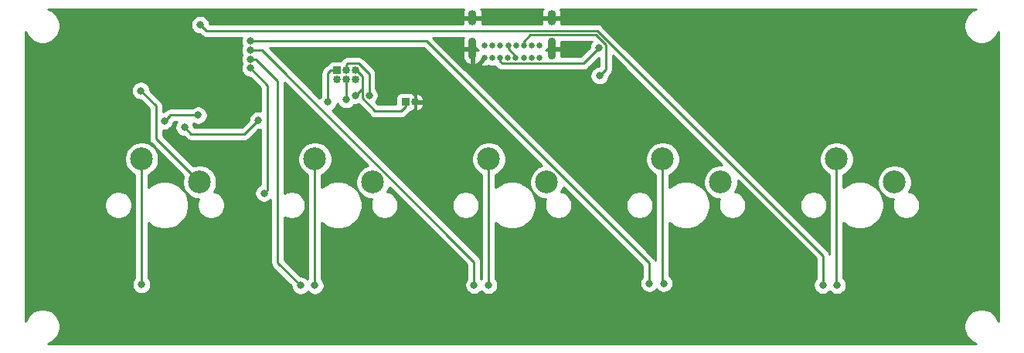
<source format=gbr>
%TF.GenerationSoftware,KiCad,Pcbnew,(5.1.7)-1*%
%TF.CreationDate,2020-12-03T18:42:53-08:00*%
%TF.ProjectId,k-5,6b2d352e-6b69-4636-9164-5f7063625858,rev?*%
%TF.SameCoordinates,Original*%
%TF.FileFunction,Copper,L2,Bot*%
%TF.FilePolarity,Positive*%
%FSLAX46Y46*%
G04 Gerber Fmt 4.6, Leading zero omitted, Abs format (unit mm)*
G04 Created by KiCad (PCBNEW (5.1.7)-1) date 2020-12-03 18:42:53*
%MOMM*%
%LPD*%
G01*
G04 APERTURE LIST*
%TA.AperFunction,ComponentPad*%
%ADD10C,2.500000*%
%TD*%
%TA.AperFunction,ComponentPad*%
%ADD11C,0.650000*%
%TD*%
%TA.AperFunction,ComponentPad*%
%ADD12O,0.900000X2.400000*%
%TD*%
%TA.AperFunction,ComponentPad*%
%ADD13O,0.900000X1.700000*%
%TD*%
%TA.AperFunction,ComponentPad*%
%ADD14O,0.850000X0.850000*%
%TD*%
%TA.AperFunction,ComponentPad*%
%ADD15R,0.850000X0.850000*%
%TD*%
%TA.AperFunction,ViaPad*%
%ADD16C,0.800000*%
%TD*%
%TA.AperFunction,Conductor*%
%ADD17C,0.250000*%
%TD*%
%TA.AperFunction,Conductor*%
%ADD18C,0.254000*%
%TD*%
%TA.AperFunction,Conductor*%
%ADD19C,0.100000*%
%TD*%
G04 APERTURE END LIST*
D10*
%TO.P,K5,2*%
%TO.N,Net-(D5-Pad2)*%
X172085000Y-74295000D03*
%TO.P,K5,1*%
%TO.N,/KVCC*%
X178435000Y-76835000D03*
%TD*%
D11*
%TO.P,J1,A5*%
%TO.N,Net-(J1-PadA5)*%
X135250000Y-63161000D03*
%TO.P,J1,A1*%
%TO.N,GND*%
X133550000Y-63161000D03*
%TO.P,J1,A4*%
%TO.N,VCC*%
X134400000Y-63161000D03*
%TO.P,J1,A6*%
%TO.N,Net-(J1-PadA6)*%
X136100000Y-63161000D03*
%TO.P,J1,A7*%
%TO.N,Net-(J1-PadA7)*%
X136950000Y-63161000D03*
%TO.P,J1,A8*%
%TO.N,Net-(J1-PadA8)*%
X137800000Y-63161000D03*
%TO.P,J1,A9*%
%TO.N,VCC*%
X138650000Y-63161000D03*
%TO.P,J1,A12*%
%TO.N,GND*%
X139500000Y-63161000D03*
%TO.P,J1,B12*%
X133550000Y-61836000D03*
%TO.P,J1,B9*%
%TO.N,VCC*%
X134405000Y-61836000D03*
%TO.P,J1,B8*%
%TO.N,Net-(J1-PadB8)*%
X135255000Y-61836000D03*
%TO.P,J1,B7*%
%TO.N,Net-(J1-PadA7)*%
X136105000Y-61836000D03*
%TO.P,J1,B6*%
%TO.N,Net-(J1-PadA6)*%
X136955000Y-61836000D03*
%TO.P,J1,B5*%
%TO.N,Net-(J1-PadB5)*%
X137805000Y-61836000D03*
%TO.P,J1,B4*%
%TO.N,VCC*%
X138655000Y-61836000D03*
%TO.P,J1,B1*%
%TO.N,GND*%
X139505000Y-61836000D03*
D12*
%TO.P,J1,S1*%
X132200000Y-62181000D03*
X140850000Y-62181000D03*
D13*
X132200000Y-58801000D03*
X140850000Y-58801000D03*
%TD*%
D14*
%TO.P,J2,6*%
%TO.N,GND*%
X119365000Y-65555000D03*
%TO.P,J2,5*%
%TO.N,/RST*%
X119365000Y-64555000D03*
%TO.P,J2,4*%
%TO.N,/MOSI*%
X118365000Y-65555000D03*
%TO.P,J2,3*%
%TO.N,/SCK*%
X118365000Y-64555000D03*
%TO.P,J2,2*%
%TO.N,VCC*%
X117365000Y-65555000D03*
D15*
%TO.P,J2,1*%
%TO.N,/MISO*%
X117365000Y-64555000D03*
%TD*%
D14*
%TO.P,J3,2*%
%TO.N,GND*%
X125865000Y-68055000D03*
D15*
%TO.P,J3,1*%
%TO.N,/RST*%
X124865000Y-68055000D03*
%TD*%
D10*
%TO.P,K5,2*%
%TO.N,Net-(D1-Pad2)*%
X95948500Y-74295000D03*
%TO.P,K5,1*%
%TO.N,/KVCC*%
X102298500Y-76835000D03*
%TD*%
%TO.P,K2,1*%
%TO.N,/KVCC*%
X121285000Y-76835000D03*
%TO.P,K2,2*%
%TO.N,Net-(D2-Pad2)*%
X114935000Y-74295000D03*
%TD*%
%TO.P,K3,2*%
%TO.N,Net-(D3-Pad2)*%
X133985000Y-74295000D03*
%TO.P,K3,1*%
%TO.N,/KVCC*%
X140335000Y-76835000D03*
%TD*%
%TO.P,K4,1*%
%TO.N,/KVCC*%
X159385000Y-76835000D03*
%TO.P,K4,2*%
%TO.N,Net-(D4-Pad2)*%
X153035000Y-74295000D03*
%TD*%
D16*
%TO.N,VCC*%
X98435501Y-70125501D03*
X102146000Y-69491836D03*
%TO.N,/K1*%
X107877347Y-64330000D03*
X109365000Y-78055000D03*
%TO.N,Net-(D1-Pad2)*%
X95940000Y-88105000D03*
%TO.N,Net-(D2-Pad2)*%
X114925000Y-88195000D03*
%TO.N,/K2*%
X107861418Y-63330125D03*
X113350000Y-88195000D03*
%TO.N,/K3*%
X107866039Y-62330134D03*
X132377500Y-88155000D03*
%TO.N,Net-(D3-Pad2)*%
X133952500Y-88155000D03*
%TO.N,Net-(D4-Pad2)*%
X153152500Y-87955000D03*
%TO.N,/K4*%
X107864699Y-61330133D03*
X151577500Y-87955000D03*
%TO.N,/K5*%
X102365000Y-59555000D03*
X170577500Y-88155000D03*
%TO.N,Net-(D5-Pad2)*%
X172152500Y-88155000D03*
%TO.N,Net-(J1-PadB5)*%
X146114000Y-65151000D03*
%TO.N,Net-(J1-PadA5)*%
X146051000Y-62103000D03*
%TO.N,/MISO*%
X116365000Y-68055000D03*
%TO.N,/SCK*%
X120865000Y-67305000D03*
%TO.N,/MOSI*%
X118365000Y-67780000D03*
X118365000Y-67780000D03*
%TO.N,/RST*%
X119365000Y-67305000D03*
%TO.N,/KVCC*%
X95865000Y-66805000D03*
%TO.N,/DATA+*%
X100646000Y-70830000D03*
X108715000Y-70055000D03*
%TD*%
D17*
%TO.N,VCC*%
X98935949Y-69625053D02*
X98435501Y-70125501D01*
X98897393Y-69663609D02*
X98435501Y-70125501D01*
X99028591Y-69532411D02*
X98435501Y-70125501D01*
X99069166Y-69491836D02*
X98435501Y-70125501D01*
X102146000Y-69491836D02*
X99069166Y-69491836D01*
%TO.N,/K1*%
X109764999Y-66217652D02*
X107877347Y-64330000D01*
X109764999Y-77655001D02*
X109764999Y-66217652D01*
X109365000Y-78055000D02*
X109764999Y-77655001D01*
%TO.N,Net-(D1-Pad2)*%
X95948500Y-88096500D02*
X95940000Y-88105000D01*
X95948500Y-74295000D02*
X95948500Y-88096500D01*
%TO.N,Net-(D2-Pad2)*%
X114935000Y-88185000D02*
X114925000Y-88195000D01*
X114935000Y-74295000D02*
X114935000Y-88185000D01*
%TO.N,/K2*%
X108427103Y-63330125D02*
X110865000Y-65768022D01*
X107861418Y-63330125D02*
X108427103Y-63330125D01*
X110865000Y-85710000D02*
X113350000Y-88195000D01*
X110865000Y-65768022D02*
X110865000Y-85710000D01*
%TO.N,/K3*%
X132377500Y-85596498D02*
X132377500Y-88155000D01*
X109111136Y-62330134D02*
X132377500Y-85596498D01*
X107866039Y-62330134D02*
X109111136Y-62330134D01*
%TO.N,Net-(D3-Pad2)*%
X133985000Y-88122500D02*
X133952500Y-88155000D01*
X133985000Y-74295000D02*
X133985000Y-88122500D01*
%TO.N,Net-(D4-Pad2)*%
X153035000Y-87837500D02*
X153152500Y-87955000D01*
X153035000Y-74295000D02*
X153035000Y-87837500D01*
%TO.N,/K4*%
X151577500Y-85746498D02*
X151577500Y-87955000D01*
X127161135Y-61330133D02*
X151577500Y-85746498D01*
X107864699Y-61330133D02*
X127161135Y-61330133D01*
%TO.N,/K5*%
X170577500Y-84920088D02*
X170577500Y-88155000D01*
X145863393Y-60205981D02*
X170577500Y-84920088D01*
X103015981Y-60205981D02*
X145863393Y-60205981D01*
X102365000Y-59555000D02*
X103015981Y-60205981D01*
%TO.N,Net-(D5-Pad2)*%
X172085000Y-88087500D02*
X172152500Y-88155000D01*
X172085000Y-74295000D02*
X172085000Y-88087500D01*
%TO.N,Net-(J1-PadB5)*%
X146776001Y-64488999D02*
X146114000Y-65151000D01*
X146776001Y-61754999D02*
X146776001Y-64488999D01*
X145676992Y-60655990D02*
X146776001Y-61754999D01*
X138525391Y-60655990D02*
X145676992Y-60655990D01*
X137805000Y-61376381D02*
X138525391Y-60655990D01*
X137805000Y-61836000D02*
X137805000Y-61376381D01*
%TO.N,Net-(J1-PadA7)*%
X136105000Y-61723998D02*
X136105000Y-61836000D01*
X136105000Y-61836000D02*
X136105000Y-61948002D01*
X136105000Y-62203998D02*
X136105000Y-61836000D01*
X136950000Y-63048998D02*
X136105000Y-62203998D01*
X136950000Y-63161000D02*
X136950000Y-63048998D01*
%TO.N,Net-(J1-PadA5)*%
X144342999Y-63811001D02*
X146051000Y-62103000D01*
X135440382Y-63811001D02*
X144342999Y-63811001D01*
X135250000Y-63620619D02*
X135440382Y-63811001D01*
X135250000Y-63161000D02*
X135250000Y-63620619D01*
%TO.N,/MISO*%
X116690000Y-64555000D02*
X116365000Y-64880000D01*
X117365000Y-64555000D02*
X116690000Y-64555000D01*
X116365000Y-64880000D02*
X116365000Y-68055000D01*
%TO.N,/SCK*%
X118365000Y-63953960D02*
X118365000Y-64555000D01*
X118513961Y-63804999D02*
X118365000Y-63953960D01*
X119725001Y-63804999D02*
X118513961Y-63804999D01*
X120865000Y-64944998D02*
X119725001Y-63804999D01*
X120865000Y-67305000D02*
X120865000Y-64944998D01*
%TO.N,/MOSI*%
X118365000Y-67780000D02*
X118365000Y-65555000D01*
%TO.N,/RST*%
X119475002Y-64555000D02*
X119365000Y-64555000D01*
X120115001Y-65194999D02*
X119475002Y-64555000D01*
X119365000Y-67305000D02*
X120115001Y-66554999D01*
X120115001Y-67628003D02*
X121541998Y-69055000D01*
X120115001Y-65805001D02*
X120115001Y-67628003D01*
X120115001Y-66554999D02*
X120115001Y-65805001D01*
X120115001Y-65805001D02*
X120115001Y-65194999D01*
X124365000Y-69055000D02*
X124865000Y-68555000D01*
X124865000Y-68555000D02*
X124865000Y-68055000D01*
X121541998Y-69055000D02*
X124365000Y-69055000D01*
%TO.N,/KVCC*%
X97523501Y-72060001D02*
X102298500Y-76835000D01*
X97523501Y-68463501D02*
X97523501Y-72060001D01*
X95865000Y-66805000D02*
X97523501Y-68463501D01*
%TO.N,/DATA+*%
X107214999Y-71555001D02*
X108715000Y-70055000D01*
X101371001Y-71555001D02*
X107214999Y-71555001D01*
X100646000Y-70830000D02*
X101371001Y-71555001D01*
%TD*%
D18*
%TO.N,GND*%
X131246191Y-57868455D02*
X131160624Y-58064767D01*
X131115000Y-58274000D01*
X131115000Y-58674000D01*
X132073000Y-58674000D01*
X132073000Y-58654000D01*
X132327000Y-58654000D01*
X132327000Y-58674000D01*
X133285000Y-58674000D01*
X133285000Y-58274000D01*
X133239376Y-58064767D01*
X133153809Y-57868455D01*
X133130556Y-57835000D01*
X139919444Y-57835000D01*
X139896191Y-57868455D01*
X139810624Y-58064767D01*
X139765000Y-58274000D01*
X139765000Y-58674000D01*
X140723000Y-58674000D01*
X140723000Y-58654000D01*
X140977000Y-58654000D01*
X140977000Y-58674000D01*
X141935000Y-58674000D01*
X141935000Y-58274000D01*
X141889376Y-58064767D01*
X141803809Y-57868455D01*
X141780556Y-57835000D01*
X187367307Y-57835000D01*
X187040776Y-57970254D01*
X186722933Y-58182630D01*
X186452630Y-58452933D01*
X186240254Y-58770776D01*
X186093966Y-59123945D01*
X186019390Y-59498867D01*
X186019390Y-59881133D01*
X186093966Y-60256055D01*
X186240254Y-60609224D01*
X186452630Y-60927067D01*
X186722933Y-61197370D01*
X187040776Y-61409746D01*
X187393945Y-61556034D01*
X187768867Y-61630610D01*
X188151133Y-61630610D01*
X188526055Y-61556034D01*
X188879224Y-61409746D01*
X189197067Y-61197370D01*
X189467370Y-60927067D01*
X189679746Y-60609224D01*
X189815000Y-60282693D01*
X189815001Y-92117309D01*
X189679746Y-91790776D01*
X189467370Y-91472933D01*
X189197067Y-91202630D01*
X188879224Y-90990254D01*
X188526055Y-90843966D01*
X188151133Y-90769390D01*
X187768867Y-90769390D01*
X187393945Y-90843966D01*
X187040776Y-90990254D01*
X186722933Y-91202630D01*
X186452630Y-91472933D01*
X186240254Y-91790776D01*
X186093966Y-92143945D01*
X186019390Y-92518867D01*
X186019390Y-92901133D01*
X186093966Y-93276055D01*
X186240254Y-93629224D01*
X186452630Y-93947067D01*
X186722933Y-94217370D01*
X187040776Y-94429746D01*
X187367307Y-94565000D01*
X85682693Y-94565000D01*
X86009224Y-94429746D01*
X86327067Y-94217370D01*
X86597370Y-93947067D01*
X86809746Y-93629224D01*
X86956034Y-93276055D01*
X87030610Y-92901133D01*
X87030610Y-92518867D01*
X86956034Y-92143945D01*
X86809746Y-91790776D01*
X86597370Y-91472933D01*
X86327067Y-91202630D01*
X86009224Y-90990254D01*
X85656055Y-90843966D01*
X85281133Y-90769390D01*
X84898867Y-90769390D01*
X84523945Y-90843966D01*
X84170776Y-90990254D01*
X83852933Y-91202630D01*
X83582630Y-91472933D01*
X83370254Y-91790776D01*
X83235000Y-92117307D01*
X83235000Y-79226278D01*
X91898500Y-79226278D01*
X91898500Y-79523722D01*
X91956529Y-79815451D01*
X92070356Y-80090253D01*
X92235607Y-80337569D01*
X92445931Y-80547893D01*
X92693247Y-80713144D01*
X92968049Y-80826971D01*
X93259778Y-80885000D01*
X93557222Y-80885000D01*
X93848951Y-80826971D01*
X94123753Y-80713144D01*
X94371069Y-80547893D01*
X94581393Y-80337569D01*
X94746644Y-80090253D01*
X94860471Y-79815451D01*
X94918500Y-79523722D01*
X94918500Y-79226278D01*
X94860471Y-78934549D01*
X94746644Y-78659747D01*
X94581393Y-78412431D01*
X94371069Y-78202107D01*
X94123753Y-78036856D01*
X93848951Y-77923029D01*
X93557222Y-77865000D01*
X93259778Y-77865000D01*
X92968049Y-77923029D01*
X92693247Y-78036856D01*
X92445931Y-78202107D01*
X92235607Y-78412431D01*
X92070356Y-78659747D01*
X91956529Y-78934549D01*
X91898500Y-79226278D01*
X83235000Y-79226278D01*
X83235000Y-74109344D01*
X94063500Y-74109344D01*
X94063500Y-74480656D01*
X94135939Y-74844834D01*
X94278034Y-75187882D01*
X94484325Y-75496618D01*
X94746882Y-75759175D01*
X95055618Y-75965466D01*
X95188500Y-76020508D01*
X95188501Y-87392788D01*
X95136063Y-87445226D01*
X95022795Y-87614744D01*
X94944774Y-87803102D01*
X94905000Y-88003061D01*
X94905000Y-88206939D01*
X94944774Y-88406898D01*
X95022795Y-88595256D01*
X95136063Y-88764774D01*
X95280226Y-88908937D01*
X95449744Y-89022205D01*
X95638102Y-89100226D01*
X95838061Y-89140000D01*
X96041939Y-89140000D01*
X96241898Y-89100226D01*
X96430256Y-89022205D01*
X96599774Y-88908937D01*
X96743937Y-88764774D01*
X96857205Y-88595256D01*
X96935226Y-88406898D01*
X96975000Y-88206939D01*
X96975000Y-88003061D01*
X96935226Y-87803102D01*
X96857205Y-87614744D01*
X96743937Y-87445226D01*
X96708500Y-87409789D01*
X96708500Y-81321453D01*
X96808785Y-81421738D01*
X97240359Y-81710107D01*
X97719899Y-81908739D01*
X98228975Y-82010000D01*
X98748025Y-82010000D01*
X99257101Y-81908739D01*
X99736641Y-81710107D01*
X100168215Y-81421738D01*
X100535238Y-81054715D01*
X100823607Y-80623141D01*
X101022239Y-80143601D01*
X101123500Y-79634525D01*
X101123500Y-79115475D01*
X101022239Y-78606399D01*
X100823607Y-78126859D01*
X100535238Y-77695285D01*
X100168215Y-77328262D01*
X99736641Y-77039893D01*
X99257101Y-76841261D01*
X98748025Y-76740000D01*
X98228975Y-76740000D01*
X97719899Y-76841261D01*
X97240359Y-77039893D01*
X96808785Y-77328262D01*
X96708500Y-77428547D01*
X96708500Y-76020507D01*
X96841382Y-75965466D01*
X97150118Y-75759175D01*
X97412675Y-75496618D01*
X97618966Y-75187882D01*
X97761061Y-74844834D01*
X97833500Y-74480656D01*
X97833500Y-74109344D01*
X97761061Y-73745166D01*
X97618966Y-73402118D01*
X97412675Y-73093382D01*
X97150118Y-72830825D01*
X96841382Y-72624534D01*
X96498334Y-72482439D01*
X96134156Y-72410000D01*
X95762844Y-72410000D01*
X95398666Y-72482439D01*
X95055618Y-72624534D01*
X94746882Y-72830825D01*
X94484325Y-73093382D01*
X94278034Y-73402118D01*
X94135939Y-73745166D01*
X94063500Y-74109344D01*
X83235000Y-74109344D01*
X83235000Y-66703061D01*
X94830000Y-66703061D01*
X94830000Y-66906939D01*
X94869774Y-67106898D01*
X94947795Y-67295256D01*
X95061063Y-67464774D01*
X95205226Y-67608937D01*
X95374744Y-67722205D01*
X95563102Y-67800226D01*
X95763061Y-67840000D01*
X95825199Y-67840000D01*
X96763501Y-68778303D01*
X96763502Y-72022669D01*
X96759825Y-72060001D01*
X96763502Y-72097334D01*
X96772627Y-72189975D01*
X96774499Y-72208986D01*
X96817955Y-72352247D01*
X96888527Y-72484277D01*
X96959702Y-72571003D01*
X96983501Y-72600002D01*
X97012499Y-72623800D01*
X100540981Y-76152283D01*
X100485939Y-76285166D01*
X100413500Y-76649344D01*
X100413500Y-77020656D01*
X100485939Y-77384834D01*
X100628034Y-77727882D01*
X100834325Y-78036618D01*
X101096882Y-78299175D01*
X101405618Y-78505466D01*
X101748666Y-78647561D01*
X102112844Y-78720000D01*
X102205398Y-78720000D01*
X102116529Y-78934549D01*
X102058500Y-79226278D01*
X102058500Y-79523722D01*
X102116529Y-79815451D01*
X102230356Y-80090253D01*
X102395607Y-80337569D01*
X102605931Y-80547893D01*
X102853247Y-80713144D01*
X103128049Y-80826971D01*
X103419778Y-80885000D01*
X103717222Y-80885000D01*
X104008951Y-80826971D01*
X104283753Y-80713144D01*
X104531069Y-80547893D01*
X104741393Y-80337569D01*
X104906644Y-80090253D01*
X105020471Y-79815451D01*
X105078500Y-79523722D01*
X105078500Y-79226278D01*
X105020471Y-78934549D01*
X104906644Y-78659747D01*
X104741393Y-78412431D01*
X104531069Y-78202107D01*
X104283753Y-78036856D01*
X104008951Y-77923029D01*
X103858561Y-77893114D01*
X103968966Y-77727882D01*
X104111061Y-77384834D01*
X104183500Y-77020656D01*
X104183500Y-76649344D01*
X104111061Y-76285166D01*
X103968966Y-75942118D01*
X103762675Y-75633382D01*
X103500118Y-75370825D01*
X103191382Y-75164534D01*
X102848334Y-75022439D01*
X102484156Y-74950000D01*
X102112844Y-74950000D01*
X101748666Y-75022439D01*
X101615783Y-75077481D01*
X98283501Y-71745200D01*
X98283501Y-71150543D01*
X98333562Y-71160501D01*
X98537440Y-71160501D01*
X98737399Y-71120727D01*
X98925757Y-71042706D01*
X99095275Y-70929438D01*
X99239438Y-70785275D01*
X99352706Y-70615757D01*
X99430727Y-70427399D01*
X99465648Y-70251836D01*
X99787533Y-70251836D01*
X99728795Y-70339744D01*
X99650774Y-70528102D01*
X99611000Y-70728061D01*
X99611000Y-70931939D01*
X99650774Y-71131898D01*
X99728795Y-71320256D01*
X99842063Y-71489774D01*
X99986226Y-71633937D01*
X100155744Y-71747205D01*
X100344102Y-71825226D01*
X100544061Y-71865000D01*
X100606198Y-71865000D01*
X100807202Y-72066003D01*
X100831000Y-72095002D01*
X100946725Y-72189975D01*
X101078754Y-72260547D01*
X101222015Y-72304004D01*
X101333668Y-72315001D01*
X101333677Y-72315001D01*
X101371000Y-72318677D01*
X101408323Y-72315001D01*
X107177677Y-72315001D01*
X107214999Y-72318677D01*
X107252321Y-72315001D01*
X107252332Y-72315001D01*
X107363985Y-72304004D01*
X107507246Y-72260547D01*
X107639275Y-72189975D01*
X107755000Y-72095002D01*
X107778803Y-72065998D01*
X108754802Y-71090000D01*
X108816939Y-71090000D01*
X109005000Y-71052593D01*
X109004999Y-77083841D01*
X108874744Y-77137795D01*
X108705226Y-77251063D01*
X108561063Y-77395226D01*
X108447795Y-77564744D01*
X108369774Y-77753102D01*
X108330000Y-77953061D01*
X108330000Y-78156939D01*
X108369774Y-78356898D01*
X108447795Y-78545256D01*
X108561063Y-78714774D01*
X108705226Y-78858937D01*
X108874744Y-78972205D01*
X109063102Y-79050226D01*
X109263061Y-79090000D01*
X109466939Y-79090000D01*
X109666898Y-79050226D01*
X109855256Y-78972205D01*
X110024774Y-78858937D01*
X110105001Y-78778710D01*
X110105001Y-85672667D01*
X110101324Y-85710000D01*
X110115998Y-85858985D01*
X110159454Y-86002246D01*
X110230026Y-86134276D01*
X110301201Y-86221002D01*
X110325000Y-86250001D01*
X110353998Y-86273799D01*
X112315000Y-88234802D01*
X112315000Y-88296939D01*
X112354774Y-88496898D01*
X112432795Y-88685256D01*
X112546063Y-88854774D01*
X112690226Y-88998937D01*
X112859744Y-89112205D01*
X113048102Y-89190226D01*
X113248061Y-89230000D01*
X113451939Y-89230000D01*
X113651898Y-89190226D01*
X113840256Y-89112205D01*
X114009774Y-88998937D01*
X114137500Y-88871211D01*
X114265226Y-88998937D01*
X114434744Y-89112205D01*
X114623102Y-89190226D01*
X114823061Y-89230000D01*
X115026939Y-89230000D01*
X115226898Y-89190226D01*
X115415256Y-89112205D01*
X115584774Y-88998937D01*
X115728937Y-88854774D01*
X115842205Y-88685256D01*
X115920226Y-88496898D01*
X115960000Y-88296939D01*
X115960000Y-88093061D01*
X115920226Y-87893102D01*
X115842205Y-87704744D01*
X115728937Y-87535226D01*
X115695000Y-87501289D01*
X115695000Y-81321453D01*
X115795285Y-81421738D01*
X116226859Y-81710107D01*
X116706399Y-81908739D01*
X117215475Y-82010000D01*
X117734525Y-82010000D01*
X118243601Y-81908739D01*
X118723141Y-81710107D01*
X119154715Y-81421738D01*
X119521738Y-81054715D01*
X119810107Y-80623141D01*
X120008739Y-80143601D01*
X120110000Y-79634525D01*
X120110000Y-79115475D01*
X120008739Y-78606399D01*
X119810107Y-78126859D01*
X119521738Y-77695285D01*
X119154715Y-77328262D01*
X118723141Y-77039893D01*
X118243601Y-76841261D01*
X117734525Y-76740000D01*
X117215475Y-76740000D01*
X116706399Y-76841261D01*
X116226859Y-77039893D01*
X115795285Y-77328262D01*
X115695000Y-77428547D01*
X115695000Y-76020507D01*
X115827882Y-75965466D01*
X116136618Y-75759175D01*
X116399175Y-75496618D01*
X116605466Y-75187882D01*
X116747561Y-74844834D01*
X116820000Y-74480656D01*
X116820000Y-74109344D01*
X116747561Y-73745166D01*
X116605466Y-73402118D01*
X116399175Y-73093382D01*
X116136618Y-72830825D01*
X115827882Y-72624534D01*
X115484834Y-72482439D01*
X115120656Y-72410000D01*
X114749344Y-72410000D01*
X114385166Y-72482439D01*
X114042118Y-72624534D01*
X113733382Y-72830825D01*
X113470825Y-73093382D01*
X113264534Y-73402118D01*
X113122439Y-73745166D01*
X113050000Y-74109344D01*
X113050000Y-74480656D01*
X113122439Y-74844834D01*
X113264534Y-75187882D01*
X113470825Y-75496618D01*
X113733382Y-75759175D01*
X114042118Y-75965466D01*
X114175000Y-76020508D01*
X114175001Y-87481288D01*
X114137500Y-87518789D01*
X114009774Y-87391063D01*
X113840256Y-87277795D01*
X113651898Y-87199774D01*
X113451939Y-87160000D01*
X113389802Y-87160000D01*
X111625000Y-85395199D01*
X111625000Y-80676563D01*
X111679747Y-80713144D01*
X111954549Y-80826971D01*
X112246278Y-80885000D01*
X112543722Y-80885000D01*
X112835451Y-80826971D01*
X113110253Y-80713144D01*
X113357569Y-80547893D01*
X113567893Y-80337569D01*
X113733144Y-80090253D01*
X113846971Y-79815451D01*
X113905000Y-79523722D01*
X113905000Y-79226278D01*
X113846971Y-78934549D01*
X113733144Y-78659747D01*
X113567893Y-78412431D01*
X113357569Y-78202107D01*
X113110253Y-78036856D01*
X112835451Y-77923029D01*
X112543722Y-77865000D01*
X112246278Y-77865000D01*
X111954549Y-77923029D01*
X111679747Y-78036856D01*
X111625000Y-78073437D01*
X111625000Y-65918799D01*
X120730551Y-75024351D01*
X120392118Y-75164534D01*
X120083382Y-75370825D01*
X119820825Y-75633382D01*
X119614534Y-75942118D01*
X119472439Y-76285166D01*
X119400000Y-76649344D01*
X119400000Y-77020656D01*
X119472439Y-77384834D01*
X119614534Y-77727882D01*
X119820825Y-78036618D01*
X120083382Y-78299175D01*
X120392118Y-78505466D01*
X120735166Y-78647561D01*
X121099344Y-78720000D01*
X121191898Y-78720000D01*
X121103029Y-78934549D01*
X121045000Y-79226278D01*
X121045000Y-79523722D01*
X121103029Y-79815451D01*
X121216856Y-80090253D01*
X121382107Y-80337569D01*
X121592431Y-80547893D01*
X121839747Y-80713144D01*
X122114549Y-80826971D01*
X122406278Y-80885000D01*
X122703722Y-80885000D01*
X122995451Y-80826971D01*
X123270253Y-80713144D01*
X123517569Y-80547893D01*
X123727893Y-80337569D01*
X123893144Y-80090253D01*
X124006971Y-79815451D01*
X124065000Y-79523722D01*
X124065000Y-79226278D01*
X124006971Y-78934549D01*
X123893144Y-78659747D01*
X123727893Y-78412431D01*
X123517569Y-78202107D01*
X123270253Y-78036856D01*
X122995451Y-77923029D01*
X122845061Y-77893114D01*
X122955466Y-77727882D01*
X123095649Y-77389449D01*
X131617500Y-85911300D01*
X131617501Y-87451288D01*
X131573563Y-87495226D01*
X131460295Y-87664744D01*
X131382274Y-87853102D01*
X131342500Y-88053061D01*
X131342500Y-88256939D01*
X131382274Y-88456898D01*
X131460295Y-88645256D01*
X131573563Y-88814774D01*
X131717726Y-88958937D01*
X131887244Y-89072205D01*
X132075602Y-89150226D01*
X132275561Y-89190000D01*
X132479439Y-89190000D01*
X132679398Y-89150226D01*
X132867756Y-89072205D01*
X133037274Y-88958937D01*
X133165000Y-88831211D01*
X133292726Y-88958937D01*
X133462244Y-89072205D01*
X133650602Y-89150226D01*
X133850561Y-89190000D01*
X134054439Y-89190000D01*
X134254398Y-89150226D01*
X134442756Y-89072205D01*
X134612274Y-88958937D01*
X134756437Y-88814774D01*
X134869705Y-88645256D01*
X134947726Y-88456898D01*
X134987500Y-88256939D01*
X134987500Y-88053061D01*
X134947726Y-87853102D01*
X134869705Y-87664744D01*
X134756437Y-87495226D01*
X134745000Y-87483789D01*
X134745000Y-81321453D01*
X134845285Y-81421738D01*
X135276859Y-81710107D01*
X135756399Y-81908739D01*
X136265475Y-82010000D01*
X136784525Y-82010000D01*
X137293601Y-81908739D01*
X137773141Y-81710107D01*
X138204715Y-81421738D01*
X138571738Y-81054715D01*
X138860107Y-80623141D01*
X139058739Y-80143601D01*
X139160000Y-79634525D01*
X139160000Y-79115475D01*
X139058739Y-78606399D01*
X138860107Y-78126859D01*
X138571738Y-77695285D01*
X138204715Y-77328262D01*
X137773141Y-77039893D01*
X137293601Y-76841261D01*
X136784525Y-76740000D01*
X136265475Y-76740000D01*
X135756399Y-76841261D01*
X135276859Y-77039893D01*
X134845285Y-77328262D01*
X134745000Y-77428547D01*
X134745000Y-76020507D01*
X134877882Y-75965466D01*
X135186618Y-75759175D01*
X135449175Y-75496618D01*
X135655466Y-75187882D01*
X135797561Y-74844834D01*
X135870000Y-74480656D01*
X135870000Y-74109344D01*
X135797561Y-73745166D01*
X135655466Y-73402118D01*
X135449175Y-73093382D01*
X135186618Y-72830825D01*
X134877882Y-72624534D01*
X134534834Y-72482439D01*
X134170656Y-72410000D01*
X133799344Y-72410000D01*
X133435166Y-72482439D01*
X133092118Y-72624534D01*
X132783382Y-72830825D01*
X132520825Y-73093382D01*
X132314534Y-73402118D01*
X132172439Y-73745166D01*
X132100000Y-74109344D01*
X132100000Y-74480656D01*
X132172439Y-74844834D01*
X132314534Y-75187882D01*
X132520825Y-75496618D01*
X132783382Y-75759175D01*
X133092118Y-75965466D01*
X133225000Y-76020508D01*
X133225001Y-87418788D01*
X133165000Y-87478789D01*
X133137500Y-87451289D01*
X133137500Y-85633831D01*
X133141177Y-85596498D01*
X133126503Y-85447512D01*
X133083046Y-85304251D01*
X133012474Y-85172222D01*
X132941299Y-85085495D01*
X132917501Y-85056497D01*
X132888504Y-85032700D01*
X127082082Y-79226278D01*
X129935000Y-79226278D01*
X129935000Y-79523722D01*
X129993029Y-79815451D01*
X130106856Y-80090253D01*
X130272107Y-80337569D01*
X130482431Y-80547893D01*
X130729747Y-80713144D01*
X131004549Y-80826971D01*
X131296278Y-80885000D01*
X131593722Y-80885000D01*
X131885451Y-80826971D01*
X132160253Y-80713144D01*
X132407569Y-80547893D01*
X132617893Y-80337569D01*
X132783144Y-80090253D01*
X132896971Y-79815451D01*
X132955000Y-79523722D01*
X132955000Y-79226278D01*
X132896971Y-78934549D01*
X132783144Y-78659747D01*
X132617893Y-78412431D01*
X132407569Y-78202107D01*
X132160253Y-78036856D01*
X131885451Y-77923029D01*
X131593722Y-77865000D01*
X131296278Y-77865000D01*
X131004549Y-77923029D01*
X130729747Y-78036856D01*
X130482431Y-78202107D01*
X130272107Y-78412431D01*
X130106856Y-78659747D01*
X129993029Y-78934549D01*
X129935000Y-79226278D01*
X127082082Y-79226278D01*
X116835989Y-68980186D01*
X116855256Y-68972205D01*
X117024774Y-68858937D01*
X117168937Y-68714774D01*
X117282205Y-68545256D01*
X117360226Y-68356898D01*
X117400000Y-68156939D01*
X117400000Y-68154869D01*
X117447795Y-68270256D01*
X117561063Y-68439774D01*
X117705226Y-68583937D01*
X117874744Y-68697205D01*
X118063102Y-68775226D01*
X118263061Y-68815000D01*
X118466939Y-68815000D01*
X118666898Y-68775226D01*
X118855256Y-68697205D01*
X119024774Y-68583937D01*
X119168937Y-68439774D01*
X119238825Y-68335179D01*
X119263061Y-68340000D01*
X119466939Y-68340000D01*
X119666898Y-68300226D01*
X119699089Y-68286892D01*
X120978199Y-69566003D01*
X121001997Y-69595001D01*
X121057830Y-69640822D01*
X121117722Y-69689974D01*
X121249751Y-69760546D01*
X121393012Y-69804003D01*
X121541998Y-69818677D01*
X121579331Y-69815000D01*
X124327678Y-69815000D01*
X124365000Y-69818676D01*
X124402322Y-69815000D01*
X124402333Y-69815000D01*
X124513986Y-69804003D01*
X124657247Y-69760546D01*
X124789276Y-69689974D01*
X124905001Y-69595001D01*
X124928804Y-69565997D01*
X125375998Y-69118803D01*
X125388738Y-69108347D01*
X125414482Y-69105812D01*
X125534180Y-69069502D01*
X125542917Y-69064832D01*
X125574938Y-69074540D01*
X125738000Y-68947257D01*
X125738000Y-68933799D01*
X125741185Y-68931185D01*
X125820537Y-68834494D01*
X125879502Y-68724180D01*
X125915812Y-68604482D01*
X125928072Y-68480000D01*
X125928072Y-68182000D01*
X125992000Y-68182000D01*
X125992000Y-68947257D01*
X126155062Y-69074540D01*
X126190250Y-69063872D01*
X126380822Y-68981034D01*
X126551571Y-68862609D01*
X126695936Y-68713148D01*
X126808368Y-68538394D01*
X126884547Y-68345064D01*
X126758621Y-68182000D01*
X125992000Y-68182000D01*
X125928072Y-68182000D01*
X125928072Y-67630000D01*
X125915812Y-67505518D01*
X125879502Y-67385820D01*
X125820537Y-67275506D01*
X125741185Y-67178815D01*
X125738000Y-67176201D01*
X125738000Y-67162743D01*
X125992000Y-67162743D01*
X125992000Y-67928000D01*
X126758621Y-67928000D01*
X126884547Y-67764936D01*
X126808368Y-67571606D01*
X126695936Y-67396852D01*
X126551571Y-67247391D01*
X126380822Y-67128966D01*
X126190250Y-67046128D01*
X126155062Y-67035460D01*
X125992000Y-67162743D01*
X125738000Y-67162743D01*
X125574938Y-67035460D01*
X125542917Y-67045168D01*
X125534180Y-67040498D01*
X125414482Y-67004188D01*
X125290000Y-66991928D01*
X124440000Y-66991928D01*
X124315518Y-67004188D01*
X124195820Y-67040498D01*
X124085506Y-67099463D01*
X123988815Y-67178815D01*
X123909463Y-67275506D01*
X123850498Y-67385820D01*
X123814188Y-67505518D01*
X123801928Y-67630000D01*
X123801928Y-68295000D01*
X121856800Y-68295000D01*
X121597755Y-68035956D01*
X121668937Y-67964774D01*
X121782205Y-67795256D01*
X121860226Y-67606898D01*
X121900000Y-67406939D01*
X121900000Y-67203061D01*
X121860226Y-67003102D01*
X121782205Y-66814744D01*
X121668937Y-66645226D01*
X121625000Y-66601289D01*
X121625000Y-64982320D01*
X121628676Y-64944997D01*
X121625000Y-64907674D01*
X121625000Y-64907665D01*
X121614003Y-64796012D01*
X121570546Y-64652751D01*
X121559400Y-64631898D01*
X121499974Y-64520721D01*
X121428799Y-64433995D01*
X121405001Y-64404997D01*
X121376003Y-64381199D01*
X120288805Y-63294001D01*
X120265002Y-63264998D01*
X120149277Y-63170025D01*
X120017248Y-63099453D01*
X119873987Y-63055996D01*
X119762334Y-63044999D01*
X119762323Y-63044999D01*
X119725001Y-63041323D01*
X119687679Y-63044999D01*
X118551286Y-63044999D01*
X118513961Y-63041323D01*
X118476636Y-63044999D01*
X118476628Y-63044999D01*
X118364975Y-63055996D01*
X118221714Y-63099453D01*
X118089685Y-63170025D01*
X117973960Y-63264998D01*
X117950157Y-63294002D01*
X117854003Y-63390156D01*
X117824999Y-63413959D01*
X117784305Y-63463545D01*
X117761012Y-63491928D01*
X116940000Y-63491928D01*
X116815518Y-63504188D01*
X116695820Y-63540498D01*
X116585506Y-63599463D01*
X116488815Y-63678815D01*
X116409463Y-63775506D01*
X116358810Y-63870270D01*
X116265724Y-63920026D01*
X116149999Y-64014999D01*
X116126200Y-64043998D01*
X115854002Y-64316197D01*
X115824999Y-64339999D01*
X115796439Y-64374800D01*
X115730026Y-64455724D01*
X115695284Y-64520721D01*
X115659454Y-64587754D01*
X115615997Y-64731015D01*
X115605000Y-64842668D01*
X115605000Y-64842678D01*
X115601324Y-64880000D01*
X115605000Y-64917323D01*
X115605001Y-67351288D01*
X115561063Y-67395226D01*
X115447795Y-67564744D01*
X115439814Y-67584011D01*
X109945936Y-62090133D01*
X126846334Y-62090133D01*
X139780551Y-75024351D01*
X139442118Y-75164534D01*
X139133382Y-75370825D01*
X138870825Y-75633382D01*
X138664534Y-75942118D01*
X138522439Y-76285166D01*
X138450000Y-76649344D01*
X138450000Y-77020656D01*
X138522439Y-77384834D01*
X138664534Y-77727882D01*
X138870825Y-78036618D01*
X139133382Y-78299175D01*
X139442118Y-78505466D01*
X139785166Y-78647561D01*
X140149344Y-78720000D01*
X140241898Y-78720000D01*
X140153029Y-78934549D01*
X140095000Y-79226278D01*
X140095000Y-79523722D01*
X140153029Y-79815451D01*
X140266856Y-80090253D01*
X140432107Y-80337569D01*
X140642431Y-80547893D01*
X140889747Y-80713144D01*
X141164549Y-80826971D01*
X141456278Y-80885000D01*
X141753722Y-80885000D01*
X142045451Y-80826971D01*
X142320253Y-80713144D01*
X142567569Y-80547893D01*
X142777893Y-80337569D01*
X142943144Y-80090253D01*
X143056971Y-79815451D01*
X143115000Y-79523722D01*
X143115000Y-79226278D01*
X143056971Y-78934549D01*
X142943144Y-78659747D01*
X142777893Y-78412431D01*
X142567569Y-78202107D01*
X142320253Y-78036856D01*
X142045451Y-77923029D01*
X141895061Y-77893114D01*
X142005466Y-77727882D01*
X142145649Y-77389449D01*
X150817500Y-86061300D01*
X150817501Y-87251288D01*
X150773563Y-87295226D01*
X150660295Y-87464744D01*
X150582274Y-87653102D01*
X150542500Y-87853061D01*
X150542500Y-88056939D01*
X150582274Y-88256898D01*
X150660295Y-88445256D01*
X150773563Y-88614774D01*
X150917726Y-88758937D01*
X151087244Y-88872205D01*
X151275602Y-88950226D01*
X151475561Y-88990000D01*
X151679439Y-88990000D01*
X151879398Y-88950226D01*
X152067756Y-88872205D01*
X152237274Y-88758937D01*
X152365000Y-88631211D01*
X152492726Y-88758937D01*
X152662244Y-88872205D01*
X152850602Y-88950226D01*
X153050561Y-88990000D01*
X153254439Y-88990000D01*
X153454398Y-88950226D01*
X153642756Y-88872205D01*
X153812274Y-88758937D01*
X153956437Y-88614774D01*
X154069705Y-88445256D01*
X154147726Y-88256898D01*
X154187500Y-88056939D01*
X154187500Y-87853061D01*
X154147726Y-87653102D01*
X154069705Y-87464744D01*
X153956437Y-87295226D01*
X153812274Y-87151063D01*
X153795000Y-87139521D01*
X153795000Y-81321453D01*
X153895285Y-81421738D01*
X154326859Y-81710107D01*
X154806399Y-81908739D01*
X155315475Y-82010000D01*
X155834525Y-82010000D01*
X156343601Y-81908739D01*
X156823141Y-81710107D01*
X157254715Y-81421738D01*
X157621738Y-81054715D01*
X157910107Y-80623141D01*
X158108739Y-80143601D01*
X158210000Y-79634525D01*
X158210000Y-79115475D01*
X158108739Y-78606399D01*
X157910107Y-78126859D01*
X157621738Y-77695285D01*
X157254715Y-77328262D01*
X156823141Y-77039893D01*
X156343601Y-76841261D01*
X155834525Y-76740000D01*
X155315475Y-76740000D01*
X154806399Y-76841261D01*
X154326859Y-77039893D01*
X153895285Y-77328262D01*
X153795000Y-77428547D01*
X153795000Y-76020507D01*
X153927882Y-75965466D01*
X154236618Y-75759175D01*
X154499175Y-75496618D01*
X154705466Y-75187882D01*
X154847561Y-74844834D01*
X154920000Y-74480656D01*
X154920000Y-74109344D01*
X154847561Y-73745166D01*
X154705466Y-73402118D01*
X154499175Y-73093382D01*
X154236618Y-72830825D01*
X153927882Y-72624534D01*
X153584834Y-72482439D01*
X153220656Y-72410000D01*
X152849344Y-72410000D01*
X152485166Y-72482439D01*
X152142118Y-72624534D01*
X151833382Y-72830825D01*
X151570825Y-73093382D01*
X151364534Y-73402118D01*
X151222439Y-73745166D01*
X151150000Y-74109344D01*
X151150000Y-74480656D01*
X151222439Y-74844834D01*
X151364534Y-75187882D01*
X151570825Y-75496618D01*
X151833382Y-75759175D01*
X152142118Y-75965466D01*
X152275000Y-76020508D01*
X152275001Y-85439200D01*
X152212474Y-85322222D01*
X152141299Y-85235495D01*
X152117501Y-85206497D01*
X152088504Y-85182700D01*
X146132082Y-79226278D01*
X148985000Y-79226278D01*
X148985000Y-79523722D01*
X149043029Y-79815451D01*
X149156856Y-80090253D01*
X149322107Y-80337569D01*
X149532431Y-80547893D01*
X149779747Y-80713144D01*
X150054549Y-80826971D01*
X150346278Y-80885000D01*
X150643722Y-80885000D01*
X150935451Y-80826971D01*
X151210253Y-80713144D01*
X151457569Y-80547893D01*
X151667893Y-80337569D01*
X151833144Y-80090253D01*
X151946971Y-79815451D01*
X152005000Y-79523722D01*
X152005000Y-79226278D01*
X151946971Y-78934549D01*
X151833144Y-78659747D01*
X151667893Y-78412431D01*
X151457569Y-78202107D01*
X151210253Y-78036856D01*
X150935451Y-77923029D01*
X150643722Y-77865000D01*
X150346278Y-77865000D01*
X150054549Y-77923029D01*
X149779747Y-78036856D01*
X149532431Y-78202107D01*
X149322107Y-78412431D01*
X149156856Y-78659747D01*
X149043029Y-78934549D01*
X148985000Y-79226278D01*
X146132082Y-79226278D01*
X129213804Y-62308000D01*
X131115000Y-62308000D01*
X131115000Y-63058000D01*
X131160624Y-63267233D01*
X131246191Y-63463545D01*
X131368413Y-63639391D01*
X131522592Y-63788014D01*
X131702803Y-63903702D01*
X131905999Y-63975408D01*
X132073000Y-63848502D01*
X132073000Y-62308000D01*
X131115000Y-62308000D01*
X129213804Y-62308000D01*
X127871784Y-60965981D01*
X131216758Y-60965981D01*
X131160624Y-61094767D01*
X131115000Y-61304000D01*
X131115000Y-62054000D01*
X132073000Y-62054000D01*
X132073000Y-62034000D01*
X132327000Y-62034000D01*
X132327000Y-62054000D01*
X132614369Y-62054000D01*
X132625392Y-62111028D01*
X132696813Y-62286126D01*
X132701730Y-62295323D01*
X132884073Y-62308000D01*
X132327000Y-62308000D01*
X132327000Y-63848502D01*
X132494001Y-63975408D01*
X132697197Y-63903702D01*
X132877408Y-63788014D01*
X133031587Y-63639391D01*
X133153809Y-63463545D01*
X133220225Y-63311170D01*
X133370395Y-63161000D01*
X133356253Y-63146858D01*
X133440829Y-63062281D01*
X133440000Y-63066448D01*
X133440000Y-63255552D01*
X133472361Y-63418244D01*
X133077069Y-63813536D01*
X133090677Y-64009270D01*
X133264992Y-64082581D01*
X133450260Y-64120475D01*
X133639361Y-64121497D01*
X133825028Y-64085608D01*
X133975462Y-64024247D01*
X134119978Y-64084108D01*
X134305448Y-64121000D01*
X134494552Y-64121000D01*
X134651813Y-64089719D01*
X134710000Y-64160620D01*
X134738998Y-64184418D01*
X134876578Y-64321998D01*
X134900381Y-64351002D01*
X135016106Y-64445975D01*
X135148135Y-64516547D01*
X135291396Y-64560004D01*
X135403049Y-64571001D01*
X135403059Y-64571001D01*
X135440382Y-64574677D01*
X135477705Y-64571001D01*
X144305677Y-64571001D01*
X144342999Y-64574677D01*
X144380321Y-64571001D01*
X144380332Y-64571001D01*
X144491985Y-64560004D01*
X144635246Y-64516547D01*
X144767275Y-64445975D01*
X144883000Y-64351002D01*
X144906803Y-64321998D01*
X146016002Y-63212800D01*
X146016002Y-64116000D01*
X146012061Y-64116000D01*
X145812102Y-64155774D01*
X145623744Y-64233795D01*
X145454226Y-64347063D01*
X145310063Y-64491226D01*
X145196795Y-64660744D01*
X145118774Y-64849102D01*
X145079000Y-65049061D01*
X145079000Y-65252939D01*
X145118774Y-65452898D01*
X145196795Y-65641256D01*
X145310063Y-65810774D01*
X145454226Y-65954937D01*
X145623744Y-66068205D01*
X145812102Y-66146226D01*
X146012061Y-66186000D01*
X146215939Y-66186000D01*
X146415898Y-66146226D01*
X146604256Y-66068205D01*
X146773774Y-65954937D01*
X146917937Y-65810774D01*
X147031205Y-65641256D01*
X147109226Y-65452898D01*
X147149000Y-65252939D01*
X147149000Y-65190802D01*
X147287003Y-65052799D01*
X147316002Y-65029000D01*
X147410975Y-64913275D01*
X147481547Y-64781246D01*
X147525004Y-64637985D01*
X147536001Y-64526332D01*
X147536001Y-64526324D01*
X147539677Y-64488999D01*
X147536001Y-64451674D01*
X147536001Y-62953390D01*
X159532610Y-74950000D01*
X159199344Y-74950000D01*
X158835166Y-75022439D01*
X158492118Y-75164534D01*
X158183382Y-75370825D01*
X157920825Y-75633382D01*
X157714534Y-75942118D01*
X157572439Y-76285166D01*
X157500000Y-76649344D01*
X157500000Y-77020656D01*
X157572439Y-77384834D01*
X157714534Y-77727882D01*
X157920825Y-78036618D01*
X158183382Y-78299175D01*
X158492118Y-78505466D01*
X158835166Y-78647561D01*
X159199344Y-78720000D01*
X159291898Y-78720000D01*
X159203029Y-78934549D01*
X159145000Y-79226278D01*
X159145000Y-79523722D01*
X159203029Y-79815451D01*
X159316856Y-80090253D01*
X159482107Y-80337569D01*
X159692431Y-80547893D01*
X159939747Y-80713144D01*
X160214549Y-80826971D01*
X160506278Y-80885000D01*
X160803722Y-80885000D01*
X161095451Y-80826971D01*
X161370253Y-80713144D01*
X161617569Y-80547893D01*
X161827893Y-80337569D01*
X161993144Y-80090253D01*
X162106971Y-79815451D01*
X162165000Y-79523722D01*
X162165000Y-79226278D01*
X162106971Y-78934549D01*
X161993144Y-78659747D01*
X161827893Y-78412431D01*
X161617569Y-78202107D01*
X161370253Y-78036856D01*
X161095451Y-77923029D01*
X160945061Y-77893114D01*
X161055466Y-77727882D01*
X161197561Y-77384834D01*
X161270000Y-77020656D01*
X161270000Y-76687390D01*
X169817500Y-85234890D01*
X169817501Y-87451288D01*
X169773563Y-87495226D01*
X169660295Y-87664744D01*
X169582274Y-87853102D01*
X169542500Y-88053061D01*
X169542500Y-88256939D01*
X169582274Y-88456898D01*
X169660295Y-88645256D01*
X169773563Y-88814774D01*
X169917726Y-88958937D01*
X170087244Y-89072205D01*
X170275602Y-89150226D01*
X170475561Y-89190000D01*
X170679439Y-89190000D01*
X170879398Y-89150226D01*
X171067756Y-89072205D01*
X171237274Y-88958937D01*
X171365000Y-88831211D01*
X171492726Y-88958937D01*
X171662244Y-89072205D01*
X171850602Y-89150226D01*
X172050561Y-89190000D01*
X172254439Y-89190000D01*
X172454398Y-89150226D01*
X172642756Y-89072205D01*
X172812274Y-88958937D01*
X172956437Y-88814774D01*
X173069705Y-88645256D01*
X173147726Y-88456898D01*
X173187500Y-88256939D01*
X173187500Y-88053061D01*
X173147726Y-87853102D01*
X173069705Y-87664744D01*
X172956437Y-87495226D01*
X172845000Y-87383789D01*
X172845000Y-81321453D01*
X172945285Y-81421738D01*
X173376859Y-81710107D01*
X173856399Y-81908739D01*
X174365475Y-82010000D01*
X174884525Y-82010000D01*
X175393601Y-81908739D01*
X175873141Y-81710107D01*
X176304715Y-81421738D01*
X176671738Y-81054715D01*
X176960107Y-80623141D01*
X177158739Y-80143601D01*
X177260000Y-79634525D01*
X177260000Y-79115475D01*
X177158739Y-78606399D01*
X176960107Y-78126859D01*
X176671738Y-77695285D01*
X176304715Y-77328262D01*
X175873141Y-77039893D01*
X175393601Y-76841261D01*
X174884525Y-76740000D01*
X174365475Y-76740000D01*
X173856399Y-76841261D01*
X173376859Y-77039893D01*
X172945285Y-77328262D01*
X172845000Y-77428547D01*
X172845000Y-76649344D01*
X176550000Y-76649344D01*
X176550000Y-77020656D01*
X176622439Y-77384834D01*
X176764534Y-77727882D01*
X176970825Y-78036618D01*
X177233382Y-78299175D01*
X177542118Y-78505466D01*
X177885166Y-78647561D01*
X178249344Y-78720000D01*
X178341898Y-78720000D01*
X178253029Y-78934549D01*
X178195000Y-79226278D01*
X178195000Y-79523722D01*
X178253029Y-79815451D01*
X178366856Y-80090253D01*
X178532107Y-80337569D01*
X178742431Y-80547893D01*
X178989747Y-80713144D01*
X179264549Y-80826971D01*
X179556278Y-80885000D01*
X179853722Y-80885000D01*
X180145451Y-80826971D01*
X180420253Y-80713144D01*
X180667569Y-80547893D01*
X180877893Y-80337569D01*
X181043144Y-80090253D01*
X181156971Y-79815451D01*
X181215000Y-79523722D01*
X181215000Y-79226278D01*
X181156971Y-78934549D01*
X181043144Y-78659747D01*
X180877893Y-78412431D01*
X180667569Y-78202107D01*
X180420253Y-78036856D01*
X180145451Y-77923029D01*
X179995061Y-77893114D01*
X180105466Y-77727882D01*
X180247561Y-77384834D01*
X180320000Y-77020656D01*
X180320000Y-76649344D01*
X180247561Y-76285166D01*
X180105466Y-75942118D01*
X179899175Y-75633382D01*
X179636618Y-75370825D01*
X179327882Y-75164534D01*
X178984834Y-75022439D01*
X178620656Y-74950000D01*
X178249344Y-74950000D01*
X177885166Y-75022439D01*
X177542118Y-75164534D01*
X177233382Y-75370825D01*
X176970825Y-75633382D01*
X176764534Y-75942118D01*
X176622439Y-76285166D01*
X176550000Y-76649344D01*
X172845000Y-76649344D01*
X172845000Y-76020507D01*
X172977882Y-75965466D01*
X173286618Y-75759175D01*
X173549175Y-75496618D01*
X173755466Y-75187882D01*
X173897561Y-74844834D01*
X173970000Y-74480656D01*
X173970000Y-74109344D01*
X173897561Y-73745166D01*
X173755466Y-73402118D01*
X173549175Y-73093382D01*
X173286618Y-72830825D01*
X172977882Y-72624534D01*
X172634834Y-72482439D01*
X172270656Y-72410000D01*
X171899344Y-72410000D01*
X171535166Y-72482439D01*
X171192118Y-72624534D01*
X170883382Y-72830825D01*
X170620825Y-73093382D01*
X170414534Y-73402118D01*
X170272439Y-73745166D01*
X170200000Y-74109344D01*
X170200000Y-74480656D01*
X170272439Y-74844834D01*
X170414534Y-75187882D01*
X170620825Y-75496618D01*
X170883382Y-75759175D01*
X171192118Y-75965466D01*
X171325000Y-76020508D01*
X171325001Y-84766150D01*
X171283046Y-84627841D01*
X171212474Y-84495812D01*
X171117501Y-84380087D01*
X171088504Y-84356290D01*
X165958492Y-79226278D01*
X168035000Y-79226278D01*
X168035000Y-79523722D01*
X168093029Y-79815451D01*
X168206856Y-80090253D01*
X168372107Y-80337569D01*
X168582431Y-80547893D01*
X168829747Y-80713144D01*
X169104549Y-80826971D01*
X169396278Y-80885000D01*
X169693722Y-80885000D01*
X169985451Y-80826971D01*
X170260253Y-80713144D01*
X170507569Y-80547893D01*
X170717893Y-80337569D01*
X170883144Y-80090253D01*
X170996971Y-79815451D01*
X171055000Y-79523722D01*
X171055000Y-79226278D01*
X170996971Y-78934549D01*
X170883144Y-78659747D01*
X170717893Y-78412431D01*
X170507569Y-78202107D01*
X170260253Y-78036856D01*
X169985451Y-77923029D01*
X169693722Y-77865000D01*
X169396278Y-77865000D01*
X169104549Y-77923029D01*
X168829747Y-78036856D01*
X168582431Y-78202107D01*
X168372107Y-78412431D01*
X168206856Y-78659747D01*
X168093029Y-78934549D01*
X168035000Y-79226278D01*
X165958492Y-79226278D01*
X146427197Y-59694984D01*
X146403394Y-59665980D01*
X146287669Y-59571007D01*
X146155640Y-59500435D01*
X146012379Y-59456978D01*
X145900726Y-59445981D01*
X145900715Y-59445981D01*
X145863393Y-59442305D01*
X145826071Y-59445981D01*
X141909274Y-59445981D01*
X141935000Y-59328000D01*
X141935000Y-58928000D01*
X140977000Y-58928000D01*
X140977000Y-58948000D01*
X140723000Y-58948000D01*
X140723000Y-58928000D01*
X139765000Y-58928000D01*
X139765000Y-59328000D01*
X139790726Y-59445981D01*
X133259274Y-59445981D01*
X133285000Y-59328000D01*
X133285000Y-58928000D01*
X132327000Y-58928000D01*
X132327000Y-58948000D01*
X132073000Y-58948000D01*
X132073000Y-58928000D01*
X131115000Y-58928000D01*
X131115000Y-59328000D01*
X131140726Y-59445981D01*
X103398592Y-59445981D01*
X103360226Y-59253102D01*
X103282205Y-59064744D01*
X103168937Y-58895226D01*
X103024774Y-58751063D01*
X102855256Y-58637795D01*
X102666898Y-58559774D01*
X102466939Y-58520000D01*
X102263061Y-58520000D01*
X102063102Y-58559774D01*
X101874744Y-58637795D01*
X101705226Y-58751063D01*
X101561063Y-58895226D01*
X101447795Y-59064744D01*
X101369774Y-59253102D01*
X101330000Y-59453061D01*
X101330000Y-59656939D01*
X101369774Y-59856898D01*
X101447795Y-60045256D01*
X101561063Y-60214774D01*
X101705226Y-60358937D01*
X101874744Y-60472205D01*
X102063102Y-60550226D01*
X102263061Y-60590000D01*
X102325198Y-60590000D01*
X102452181Y-60716983D01*
X102475980Y-60745982D01*
X102591705Y-60840955D01*
X102723734Y-60911527D01*
X102866995Y-60954984D01*
X102978648Y-60965981D01*
X102978657Y-60965981D01*
X103015980Y-60969657D01*
X103053303Y-60965981D01*
X106895260Y-60965981D01*
X106869473Y-61028235D01*
X106829699Y-61228194D01*
X106829699Y-61432072D01*
X106869473Y-61632031D01*
X106947494Y-61820389D01*
X106954675Y-61831136D01*
X106948834Y-61839878D01*
X106870813Y-62028236D01*
X106831039Y-62228195D01*
X106831039Y-62432073D01*
X106870813Y-62632032D01*
X106948834Y-62820390D01*
X106953031Y-62826672D01*
X106944213Y-62839869D01*
X106866192Y-63028227D01*
X106826418Y-63228186D01*
X106826418Y-63432064D01*
X106866192Y-63632023D01*
X106944213Y-63820381D01*
X106958997Y-63842507D01*
X106882121Y-64028102D01*
X106842347Y-64228061D01*
X106842347Y-64431939D01*
X106882121Y-64631898D01*
X106960142Y-64820256D01*
X107073410Y-64989774D01*
X107217573Y-65133937D01*
X107387091Y-65247205D01*
X107575449Y-65325226D01*
X107775408Y-65365000D01*
X107837546Y-65365000D01*
X109005000Y-66532455D01*
X109005000Y-69057407D01*
X108816939Y-69020000D01*
X108613061Y-69020000D01*
X108413102Y-69059774D01*
X108224744Y-69137795D01*
X108055226Y-69251063D01*
X107911063Y-69395226D01*
X107797795Y-69564744D01*
X107719774Y-69753102D01*
X107680000Y-69953061D01*
X107680000Y-70015198D01*
X106900198Y-70795001D01*
X101685803Y-70795001D01*
X101681000Y-70790198D01*
X101681000Y-70728061D01*
X101641226Y-70528102D01*
X101567480Y-70350065D01*
X101655744Y-70409041D01*
X101844102Y-70487062D01*
X102044061Y-70526836D01*
X102247939Y-70526836D01*
X102447898Y-70487062D01*
X102636256Y-70409041D01*
X102805774Y-70295773D01*
X102949937Y-70151610D01*
X103063205Y-69982092D01*
X103141226Y-69793734D01*
X103181000Y-69593775D01*
X103181000Y-69389897D01*
X103141226Y-69189938D01*
X103063205Y-69001580D01*
X102949937Y-68832062D01*
X102805774Y-68687899D01*
X102636256Y-68574631D01*
X102447898Y-68496610D01*
X102247939Y-68456836D01*
X102044061Y-68456836D01*
X101844102Y-68496610D01*
X101655744Y-68574631D01*
X101486226Y-68687899D01*
X101442289Y-68731836D01*
X99106491Y-68731836D01*
X99069166Y-68728160D01*
X99031841Y-68731836D01*
X99031833Y-68731836D01*
X98920180Y-68742833D01*
X98776919Y-68786290D01*
X98644890Y-68856862D01*
X98529165Y-68951835D01*
X98505367Y-68980833D01*
X98395699Y-69090501D01*
X98333562Y-69090501D01*
X98283501Y-69100459D01*
X98283501Y-68500834D01*
X98287178Y-68463501D01*
X98272504Y-68314515D01*
X98229047Y-68171254D01*
X98158475Y-68039225D01*
X98087300Y-67952498D01*
X98063502Y-67923500D01*
X98034505Y-67899703D01*
X96900000Y-66765199D01*
X96900000Y-66703061D01*
X96860226Y-66503102D01*
X96782205Y-66314744D01*
X96668937Y-66145226D01*
X96524774Y-66001063D01*
X96355256Y-65887795D01*
X96166898Y-65809774D01*
X95966939Y-65770000D01*
X95763061Y-65770000D01*
X95563102Y-65809774D01*
X95374744Y-65887795D01*
X95205226Y-66001063D01*
X95061063Y-66145226D01*
X94947795Y-66314744D01*
X94869774Y-66503102D01*
X94830000Y-66703061D01*
X83235000Y-66703061D01*
X83235000Y-60282693D01*
X83370254Y-60609224D01*
X83582630Y-60927067D01*
X83852933Y-61197370D01*
X84170776Y-61409746D01*
X84523945Y-61556034D01*
X84898867Y-61630610D01*
X85281133Y-61630610D01*
X85656055Y-61556034D01*
X86009224Y-61409746D01*
X86327067Y-61197370D01*
X86597370Y-60927067D01*
X86809746Y-60609224D01*
X86956034Y-60256055D01*
X87030610Y-59881133D01*
X87030610Y-59498867D01*
X86956034Y-59123945D01*
X86809746Y-58770776D01*
X86597370Y-58452933D01*
X86327067Y-58182630D01*
X86009224Y-57970254D01*
X85682693Y-57835000D01*
X131269444Y-57835000D01*
X131246191Y-57868455D01*
%TA.AperFunction,Conductor*%
D19*
G36*
X131246191Y-57868455D02*
G01*
X131160624Y-58064767D01*
X131115000Y-58274000D01*
X131115000Y-58674000D01*
X132073000Y-58674000D01*
X132073000Y-58654000D01*
X132327000Y-58654000D01*
X132327000Y-58674000D01*
X133285000Y-58674000D01*
X133285000Y-58274000D01*
X133239376Y-58064767D01*
X133153809Y-57868455D01*
X133130556Y-57835000D01*
X139919444Y-57835000D01*
X139896191Y-57868455D01*
X139810624Y-58064767D01*
X139765000Y-58274000D01*
X139765000Y-58674000D01*
X140723000Y-58674000D01*
X140723000Y-58654000D01*
X140977000Y-58654000D01*
X140977000Y-58674000D01*
X141935000Y-58674000D01*
X141935000Y-58274000D01*
X141889376Y-58064767D01*
X141803809Y-57868455D01*
X141780556Y-57835000D01*
X187367307Y-57835000D01*
X187040776Y-57970254D01*
X186722933Y-58182630D01*
X186452630Y-58452933D01*
X186240254Y-58770776D01*
X186093966Y-59123945D01*
X186019390Y-59498867D01*
X186019390Y-59881133D01*
X186093966Y-60256055D01*
X186240254Y-60609224D01*
X186452630Y-60927067D01*
X186722933Y-61197370D01*
X187040776Y-61409746D01*
X187393945Y-61556034D01*
X187768867Y-61630610D01*
X188151133Y-61630610D01*
X188526055Y-61556034D01*
X188879224Y-61409746D01*
X189197067Y-61197370D01*
X189467370Y-60927067D01*
X189679746Y-60609224D01*
X189815000Y-60282693D01*
X189815001Y-92117309D01*
X189679746Y-91790776D01*
X189467370Y-91472933D01*
X189197067Y-91202630D01*
X188879224Y-90990254D01*
X188526055Y-90843966D01*
X188151133Y-90769390D01*
X187768867Y-90769390D01*
X187393945Y-90843966D01*
X187040776Y-90990254D01*
X186722933Y-91202630D01*
X186452630Y-91472933D01*
X186240254Y-91790776D01*
X186093966Y-92143945D01*
X186019390Y-92518867D01*
X186019390Y-92901133D01*
X186093966Y-93276055D01*
X186240254Y-93629224D01*
X186452630Y-93947067D01*
X186722933Y-94217370D01*
X187040776Y-94429746D01*
X187367307Y-94565000D01*
X85682693Y-94565000D01*
X86009224Y-94429746D01*
X86327067Y-94217370D01*
X86597370Y-93947067D01*
X86809746Y-93629224D01*
X86956034Y-93276055D01*
X87030610Y-92901133D01*
X87030610Y-92518867D01*
X86956034Y-92143945D01*
X86809746Y-91790776D01*
X86597370Y-91472933D01*
X86327067Y-91202630D01*
X86009224Y-90990254D01*
X85656055Y-90843966D01*
X85281133Y-90769390D01*
X84898867Y-90769390D01*
X84523945Y-90843966D01*
X84170776Y-90990254D01*
X83852933Y-91202630D01*
X83582630Y-91472933D01*
X83370254Y-91790776D01*
X83235000Y-92117307D01*
X83235000Y-79226278D01*
X91898500Y-79226278D01*
X91898500Y-79523722D01*
X91956529Y-79815451D01*
X92070356Y-80090253D01*
X92235607Y-80337569D01*
X92445931Y-80547893D01*
X92693247Y-80713144D01*
X92968049Y-80826971D01*
X93259778Y-80885000D01*
X93557222Y-80885000D01*
X93848951Y-80826971D01*
X94123753Y-80713144D01*
X94371069Y-80547893D01*
X94581393Y-80337569D01*
X94746644Y-80090253D01*
X94860471Y-79815451D01*
X94918500Y-79523722D01*
X94918500Y-79226278D01*
X94860471Y-78934549D01*
X94746644Y-78659747D01*
X94581393Y-78412431D01*
X94371069Y-78202107D01*
X94123753Y-78036856D01*
X93848951Y-77923029D01*
X93557222Y-77865000D01*
X93259778Y-77865000D01*
X92968049Y-77923029D01*
X92693247Y-78036856D01*
X92445931Y-78202107D01*
X92235607Y-78412431D01*
X92070356Y-78659747D01*
X91956529Y-78934549D01*
X91898500Y-79226278D01*
X83235000Y-79226278D01*
X83235000Y-74109344D01*
X94063500Y-74109344D01*
X94063500Y-74480656D01*
X94135939Y-74844834D01*
X94278034Y-75187882D01*
X94484325Y-75496618D01*
X94746882Y-75759175D01*
X95055618Y-75965466D01*
X95188500Y-76020508D01*
X95188501Y-87392788D01*
X95136063Y-87445226D01*
X95022795Y-87614744D01*
X94944774Y-87803102D01*
X94905000Y-88003061D01*
X94905000Y-88206939D01*
X94944774Y-88406898D01*
X95022795Y-88595256D01*
X95136063Y-88764774D01*
X95280226Y-88908937D01*
X95449744Y-89022205D01*
X95638102Y-89100226D01*
X95838061Y-89140000D01*
X96041939Y-89140000D01*
X96241898Y-89100226D01*
X96430256Y-89022205D01*
X96599774Y-88908937D01*
X96743937Y-88764774D01*
X96857205Y-88595256D01*
X96935226Y-88406898D01*
X96975000Y-88206939D01*
X96975000Y-88003061D01*
X96935226Y-87803102D01*
X96857205Y-87614744D01*
X96743937Y-87445226D01*
X96708500Y-87409789D01*
X96708500Y-81321453D01*
X96808785Y-81421738D01*
X97240359Y-81710107D01*
X97719899Y-81908739D01*
X98228975Y-82010000D01*
X98748025Y-82010000D01*
X99257101Y-81908739D01*
X99736641Y-81710107D01*
X100168215Y-81421738D01*
X100535238Y-81054715D01*
X100823607Y-80623141D01*
X101022239Y-80143601D01*
X101123500Y-79634525D01*
X101123500Y-79115475D01*
X101022239Y-78606399D01*
X100823607Y-78126859D01*
X100535238Y-77695285D01*
X100168215Y-77328262D01*
X99736641Y-77039893D01*
X99257101Y-76841261D01*
X98748025Y-76740000D01*
X98228975Y-76740000D01*
X97719899Y-76841261D01*
X97240359Y-77039893D01*
X96808785Y-77328262D01*
X96708500Y-77428547D01*
X96708500Y-76020507D01*
X96841382Y-75965466D01*
X97150118Y-75759175D01*
X97412675Y-75496618D01*
X97618966Y-75187882D01*
X97761061Y-74844834D01*
X97833500Y-74480656D01*
X97833500Y-74109344D01*
X97761061Y-73745166D01*
X97618966Y-73402118D01*
X97412675Y-73093382D01*
X97150118Y-72830825D01*
X96841382Y-72624534D01*
X96498334Y-72482439D01*
X96134156Y-72410000D01*
X95762844Y-72410000D01*
X95398666Y-72482439D01*
X95055618Y-72624534D01*
X94746882Y-72830825D01*
X94484325Y-73093382D01*
X94278034Y-73402118D01*
X94135939Y-73745166D01*
X94063500Y-74109344D01*
X83235000Y-74109344D01*
X83235000Y-66703061D01*
X94830000Y-66703061D01*
X94830000Y-66906939D01*
X94869774Y-67106898D01*
X94947795Y-67295256D01*
X95061063Y-67464774D01*
X95205226Y-67608937D01*
X95374744Y-67722205D01*
X95563102Y-67800226D01*
X95763061Y-67840000D01*
X95825199Y-67840000D01*
X96763501Y-68778303D01*
X96763502Y-72022669D01*
X96759825Y-72060001D01*
X96763502Y-72097334D01*
X96772627Y-72189975D01*
X96774499Y-72208986D01*
X96817955Y-72352247D01*
X96888527Y-72484277D01*
X96959702Y-72571003D01*
X96983501Y-72600002D01*
X97012499Y-72623800D01*
X100540981Y-76152283D01*
X100485939Y-76285166D01*
X100413500Y-76649344D01*
X100413500Y-77020656D01*
X100485939Y-77384834D01*
X100628034Y-77727882D01*
X100834325Y-78036618D01*
X101096882Y-78299175D01*
X101405618Y-78505466D01*
X101748666Y-78647561D01*
X102112844Y-78720000D01*
X102205398Y-78720000D01*
X102116529Y-78934549D01*
X102058500Y-79226278D01*
X102058500Y-79523722D01*
X102116529Y-79815451D01*
X102230356Y-80090253D01*
X102395607Y-80337569D01*
X102605931Y-80547893D01*
X102853247Y-80713144D01*
X103128049Y-80826971D01*
X103419778Y-80885000D01*
X103717222Y-80885000D01*
X104008951Y-80826971D01*
X104283753Y-80713144D01*
X104531069Y-80547893D01*
X104741393Y-80337569D01*
X104906644Y-80090253D01*
X105020471Y-79815451D01*
X105078500Y-79523722D01*
X105078500Y-79226278D01*
X105020471Y-78934549D01*
X104906644Y-78659747D01*
X104741393Y-78412431D01*
X104531069Y-78202107D01*
X104283753Y-78036856D01*
X104008951Y-77923029D01*
X103858561Y-77893114D01*
X103968966Y-77727882D01*
X104111061Y-77384834D01*
X104183500Y-77020656D01*
X104183500Y-76649344D01*
X104111061Y-76285166D01*
X103968966Y-75942118D01*
X103762675Y-75633382D01*
X103500118Y-75370825D01*
X103191382Y-75164534D01*
X102848334Y-75022439D01*
X102484156Y-74950000D01*
X102112844Y-74950000D01*
X101748666Y-75022439D01*
X101615783Y-75077481D01*
X98283501Y-71745200D01*
X98283501Y-71150543D01*
X98333562Y-71160501D01*
X98537440Y-71160501D01*
X98737399Y-71120727D01*
X98925757Y-71042706D01*
X99095275Y-70929438D01*
X99239438Y-70785275D01*
X99352706Y-70615757D01*
X99430727Y-70427399D01*
X99465648Y-70251836D01*
X99787533Y-70251836D01*
X99728795Y-70339744D01*
X99650774Y-70528102D01*
X99611000Y-70728061D01*
X99611000Y-70931939D01*
X99650774Y-71131898D01*
X99728795Y-71320256D01*
X99842063Y-71489774D01*
X99986226Y-71633937D01*
X100155744Y-71747205D01*
X100344102Y-71825226D01*
X100544061Y-71865000D01*
X100606198Y-71865000D01*
X100807202Y-72066003D01*
X100831000Y-72095002D01*
X100946725Y-72189975D01*
X101078754Y-72260547D01*
X101222015Y-72304004D01*
X101333668Y-72315001D01*
X101333677Y-72315001D01*
X101371000Y-72318677D01*
X101408323Y-72315001D01*
X107177677Y-72315001D01*
X107214999Y-72318677D01*
X107252321Y-72315001D01*
X107252332Y-72315001D01*
X107363985Y-72304004D01*
X107507246Y-72260547D01*
X107639275Y-72189975D01*
X107755000Y-72095002D01*
X107778803Y-72065998D01*
X108754802Y-71090000D01*
X108816939Y-71090000D01*
X109005000Y-71052593D01*
X109004999Y-77083841D01*
X108874744Y-77137795D01*
X108705226Y-77251063D01*
X108561063Y-77395226D01*
X108447795Y-77564744D01*
X108369774Y-77753102D01*
X108330000Y-77953061D01*
X108330000Y-78156939D01*
X108369774Y-78356898D01*
X108447795Y-78545256D01*
X108561063Y-78714774D01*
X108705226Y-78858937D01*
X108874744Y-78972205D01*
X109063102Y-79050226D01*
X109263061Y-79090000D01*
X109466939Y-79090000D01*
X109666898Y-79050226D01*
X109855256Y-78972205D01*
X110024774Y-78858937D01*
X110105001Y-78778710D01*
X110105001Y-85672667D01*
X110101324Y-85710000D01*
X110115998Y-85858985D01*
X110159454Y-86002246D01*
X110230026Y-86134276D01*
X110301201Y-86221002D01*
X110325000Y-86250001D01*
X110353998Y-86273799D01*
X112315000Y-88234802D01*
X112315000Y-88296939D01*
X112354774Y-88496898D01*
X112432795Y-88685256D01*
X112546063Y-88854774D01*
X112690226Y-88998937D01*
X112859744Y-89112205D01*
X113048102Y-89190226D01*
X113248061Y-89230000D01*
X113451939Y-89230000D01*
X113651898Y-89190226D01*
X113840256Y-89112205D01*
X114009774Y-88998937D01*
X114137500Y-88871211D01*
X114265226Y-88998937D01*
X114434744Y-89112205D01*
X114623102Y-89190226D01*
X114823061Y-89230000D01*
X115026939Y-89230000D01*
X115226898Y-89190226D01*
X115415256Y-89112205D01*
X115584774Y-88998937D01*
X115728937Y-88854774D01*
X115842205Y-88685256D01*
X115920226Y-88496898D01*
X115960000Y-88296939D01*
X115960000Y-88093061D01*
X115920226Y-87893102D01*
X115842205Y-87704744D01*
X115728937Y-87535226D01*
X115695000Y-87501289D01*
X115695000Y-81321453D01*
X115795285Y-81421738D01*
X116226859Y-81710107D01*
X116706399Y-81908739D01*
X117215475Y-82010000D01*
X117734525Y-82010000D01*
X118243601Y-81908739D01*
X118723141Y-81710107D01*
X119154715Y-81421738D01*
X119521738Y-81054715D01*
X119810107Y-80623141D01*
X120008739Y-80143601D01*
X120110000Y-79634525D01*
X120110000Y-79115475D01*
X120008739Y-78606399D01*
X119810107Y-78126859D01*
X119521738Y-77695285D01*
X119154715Y-77328262D01*
X118723141Y-77039893D01*
X118243601Y-76841261D01*
X117734525Y-76740000D01*
X117215475Y-76740000D01*
X116706399Y-76841261D01*
X116226859Y-77039893D01*
X115795285Y-77328262D01*
X115695000Y-77428547D01*
X115695000Y-76020507D01*
X115827882Y-75965466D01*
X116136618Y-75759175D01*
X116399175Y-75496618D01*
X116605466Y-75187882D01*
X116747561Y-74844834D01*
X116820000Y-74480656D01*
X116820000Y-74109344D01*
X116747561Y-73745166D01*
X116605466Y-73402118D01*
X116399175Y-73093382D01*
X116136618Y-72830825D01*
X115827882Y-72624534D01*
X115484834Y-72482439D01*
X115120656Y-72410000D01*
X114749344Y-72410000D01*
X114385166Y-72482439D01*
X114042118Y-72624534D01*
X113733382Y-72830825D01*
X113470825Y-73093382D01*
X113264534Y-73402118D01*
X113122439Y-73745166D01*
X113050000Y-74109344D01*
X113050000Y-74480656D01*
X113122439Y-74844834D01*
X113264534Y-75187882D01*
X113470825Y-75496618D01*
X113733382Y-75759175D01*
X114042118Y-75965466D01*
X114175000Y-76020508D01*
X114175001Y-87481288D01*
X114137500Y-87518789D01*
X114009774Y-87391063D01*
X113840256Y-87277795D01*
X113651898Y-87199774D01*
X113451939Y-87160000D01*
X113389802Y-87160000D01*
X111625000Y-85395199D01*
X111625000Y-80676563D01*
X111679747Y-80713144D01*
X111954549Y-80826971D01*
X112246278Y-80885000D01*
X112543722Y-80885000D01*
X112835451Y-80826971D01*
X113110253Y-80713144D01*
X113357569Y-80547893D01*
X113567893Y-80337569D01*
X113733144Y-80090253D01*
X113846971Y-79815451D01*
X113905000Y-79523722D01*
X113905000Y-79226278D01*
X113846971Y-78934549D01*
X113733144Y-78659747D01*
X113567893Y-78412431D01*
X113357569Y-78202107D01*
X113110253Y-78036856D01*
X112835451Y-77923029D01*
X112543722Y-77865000D01*
X112246278Y-77865000D01*
X111954549Y-77923029D01*
X111679747Y-78036856D01*
X111625000Y-78073437D01*
X111625000Y-65918799D01*
X120730551Y-75024351D01*
X120392118Y-75164534D01*
X120083382Y-75370825D01*
X119820825Y-75633382D01*
X119614534Y-75942118D01*
X119472439Y-76285166D01*
X119400000Y-76649344D01*
X119400000Y-77020656D01*
X119472439Y-77384834D01*
X119614534Y-77727882D01*
X119820825Y-78036618D01*
X120083382Y-78299175D01*
X120392118Y-78505466D01*
X120735166Y-78647561D01*
X121099344Y-78720000D01*
X121191898Y-78720000D01*
X121103029Y-78934549D01*
X121045000Y-79226278D01*
X121045000Y-79523722D01*
X121103029Y-79815451D01*
X121216856Y-80090253D01*
X121382107Y-80337569D01*
X121592431Y-80547893D01*
X121839747Y-80713144D01*
X122114549Y-80826971D01*
X122406278Y-80885000D01*
X122703722Y-80885000D01*
X122995451Y-80826971D01*
X123270253Y-80713144D01*
X123517569Y-80547893D01*
X123727893Y-80337569D01*
X123893144Y-80090253D01*
X124006971Y-79815451D01*
X124065000Y-79523722D01*
X124065000Y-79226278D01*
X124006971Y-78934549D01*
X123893144Y-78659747D01*
X123727893Y-78412431D01*
X123517569Y-78202107D01*
X123270253Y-78036856D01*
X122995451Y-77923029D01*
X122845061Y-77893114D01*
X122955466Y-77727882D01*
X123095649Y-77389449D01*
X131617500Y-85911300D01*
X131617501Y-87451288D01*
X131573563Y-87495226D01*
X131460295Y-87664744D01*
X131382274Y-87853102D01*
X131342500Y-88053061D01*
X131342500Y-88256939D01*
X131382274Y-88456898D01*
X131460295Y-88645256D01*
X131573563Y-88814774D01*
X131717726Y-88958937D01*
X131887244Y-89072205D01*
X132075602Y-89150226D01*
X132275561Y-89190000D01*
X132479439Y-89190000D01*
X132679398Y-89150226D01*
X132867756Y-89072205D01*
X133037274Y-88958937D01*
X133165000Y-88831211D01*
X133292726Y-88958937D01*
X133462244Y-89072205D01*
X133650602Y-89150226D01*
X133850561Y-89190000D01*
X134054439Y-89190000D01*
X134254398Y-89150226D01*
X134442756Y-89072205D01*
X134612274Y-88958937D01*
X134756437Y-88814774D01*
X134869705Y-88645256D01*
X134947726Y-88456898D01*
X134987500Y-88256939D01*
X134987500Y-88053061D01*
X134947726Y-87853102D01*
X134869705Y-87664744D01*
X134756437Y-87495226D01*
X134745000Y-87483789D01*
X134745000Y-81321453D01*
X134845285Y-81421738D01*
X135276859Y-81710107D01*
X135756399Y-81908739D01*
X136265475Y-82010000D01*
X136784525Y-82010000D01*
X137293601Y-81908739D01*
X137773141Y-81710107D01*
X138204715Y-81421738D01*
X138571738Y-81054715D01*
X138860107Y-80623141D01*
X139058739Y-80143601D01*
X139160000Y-79634525D01*
X139160000Y-79115475D01*
X139058739Y-78606399D01*
X138860107Y-78126859D01*
X138571738Y-77695285D01*
X138204715Y-77328262D01*
X137773141Y-77039893D01*
X137293601Y-76841261D01*
X136784525Y-76740000D01*
X136265475Y-76740000D01*
X135756399Y-76841261D01*
X135276859Y-77039893D01*
X134845285Y-77328262D01*
X134745000Y-77428547D01*
X134745000Y-76020507D01*
X134877882Y-75965466D01*
X135186618Y-75759175D01*
X135449175Y-75496618D01*
X135655466Y-75187882D01*
X135797561Y-74844834D01*
X135870000Y-74480656D01*
X135870000Y-74109344D01*
X135797561Y-73745166D01*
X135655466Y-73402118D01*
X135449175Y-73093382D01*
X135186618Y-72830825D01*
X134877882Y-72624534D01*
X134534834Y-72482439D01*
X134170656Y-72410000D01*
X133799344Y-72410000D01*
X133435166Y-72482439D01*
X133092118Y-72624534D01*
X132783382Y-72830825D01*
X132520825Y-73093382D01*
X132314534Y-73402118D01*
X132172439Y-73745166D01*
X132100000Y-74109344D01*
X132100000Y-74480656D01*
X132172439Y-74844834D01*
X132314534Y-75187882D01*
X132520825Y-75496618D01*
X132783382Y-75759175D01*
X133092118Y-75965466D01*
X133225000Y-76020508D01*
X133225001Y-87418788D01*
X133165000Y-87478789D01*
X133137500Y-87451289D01*
X133137500Y-85633831D01*
X133141177Y-85596498D01*
X133126503Y-85447512D01*
X133083046Y-85304251D01*
X133012474Y-85172222D01*
X132941299Y-85085495D01*
X132917501Y-85056497D01*
X132888504Y-85032700D01*
X127082082Y-79226278D01*
X129935000Y-79226278D01*
X129935000Y-79523722D01*
X129993029Y-79815451D01*
X130106856Y-80090253D01*
X130272107Y-80337569D01*
X130482431Y-80547893D01*
X130729747Y-80713144D01*
X131004549Y-80826971D01*
X131296278Y-80885000D01*
X131593722Y-80885000D01*
X131885451Y-80826971D01*
X132160253Y-80713144D01*
X132407569Y-80547893D01*
X132617893Y-80337569D01*
X132783144Y-80090253D01*
X132896971Y-79815451D01*
X132955000Y-79523722D01*
X132955000Y-79226278D01*
X132896971Y-78934549D01*
X132783144Y-78659747D01*
X132617893Y-78412431D01*
X132407569Y-78202107D01*
X132160253Y-78036856D01*
X131885451Y-77923029D01*
X131593722Y-77865000D01*
X131296278Y-77865000D01*
X131004549Y-77923029D01*
X130729747Y-78036856D01*
X130482431Y-78202107D01*
X130272107Y-78412431D01*
X130106856Y-78659747D01*
X129993029Y-78934549D01*
X129935000Y-79226278D01*
X127082082Y-79226278D01*
X116835989Y-68980186D01*
X116855256Y-68972205D01*
X117024774Y-68858937D01*
X117168937Y-68714774D01*
X117282205Y-68545256D01*
X117360226Y-68356898D01*
X117400000Y-68156939D01*
X117400000Y-68154869D01*
X117447795Y-68270256D01*
X117561063Y-68439774D01*
X117705226Y-68583937D01*
X117874744Y-68697205D01*
X118063102Y-68775226D01*
X118263061Y-68815000D01*
X118466939Y-68815000D01*
X118666898Y-68775226D01*
X118855256Y-68697205D01*
X119024774Y-68583937D01*
X119168937Y-68439774D01*
X119238825Y-68335179D01*
X119263061Y-68340000D01*
X119466939Y-68340000D01*
X119666898Y-68300226D01*
X119699089Y-68286892D01*
X120978199Y-69566003D01*
X121001997Y-69595001D01*
X121057830Y-69640822D01*
X121117722Y-69689974D01*
X121249751Y-69760546D01*
X121393012Y-69804003D01*
X121541998Y-69818677D01*
X121579331Y-69815000D01*
X124327678Y-69815000D01*
X124365000Y-69818676D01*
X124402322Y-69815000D01*
X124402333Y-69815000D01*
X124513986Y-69804003D01*
X124657247Y-69760546D01*
X124789276Y-69689974D01*
X124905001Y-69595001D01*
X124928804Y-69565997D01*
X125375998Y-69118803D01*
X125388738Y-69108347D01*
X125414482Y-69105812D01*
X125534180Y-69069502D01*
X125542917Y-69064832D01*
X125574938Y-69074540D01*
X125738000Y-68947257D01*
X125738000Y-68933799D01*
X125741185Y-68931185D01*
X125820537Y-68834494D01*
X125879502Y-68724180D01*
X125915812Y-68604482D01*
X125928072Y-68480000D01*
X125928072Y-68182000D01*
X125992000Y-68182000D01*
X125992000Y-68947257D01*
X126155062Y-69074540D01*
X126190250Y-69063872D01*
X126380822Y-68981034D01*
X126551571Y-68862609D01*
X126695936Y-68713148D01*
X126808368Y-68538394D01*
X126884547Y-68345064D01*
X126758621Y-68182000D01*
X125992000Y-68182000D01*
X125928072Y-68182000D01*
X125928072Y-67630000D01*
X125915812Y-67505518D01*
X125879502Y-67385820D01*
X125820537Y-67275506D01*
X125741185Y-67178815D01*
X125738000Y-67176201D01*
X125738000Y-67162743D01*
X125992000Y-67162743D01*
X125992000Y-67928000D01*
X126758621Y-67928000D01*
X126884547Y-67764936D01*
X126808368Y-67571606D01*
X126695936Y-67396852D01*
X126551571Y-67247391D01*
X126380822Y-67128966D01*
X126190250Y-67046128D01*
X126155062Y-67035460D01*
X125992000Y-67162743D01*
X125738000Y-67162743D01*
X125574938Y-67035460D01*
X125542917Y-67045168D01*
X125534180Y-67040498D01*
X125414482Y-67004188D01*
X125290000Y-66991928D01*
X124440000Y-66991928D01*
X124315518Y-67004188D01*
X124195820Y-67040498D01*
X124085506Y-67099463D01*
X123988815Y-67178815D01*
X123909463Y-67275506D01*
X123850498Y-67385820D01*
X123814188Y-67505518D01*
X123801928Y-67630000D01*
X123801928Y-68295000D01*
X121856800Y-68295000D01*
X121597755Y-68035956D01*
X121668937Y-67964774D01*
X121782205Y-67795256D01*
X121860226Y-67606898D01*
X121900000Y-67406939D01*
X121900000Y-67203061D01*
X121860226Y-67003102D01*
X121782205Y-66814744D01*
X121668937Y-66645226D01*
X121625000Y-66601289D01*
X121625000Y-64982320D01*
X121628676Y-64944997D01*
X121625000Y-64907674D01*
X121625000Y-64907665D01*
X121614003Y-64796012D01*
X121570546Y-64652751D01*
X121559400Y-64631898D01*
X121499974Y-64520721D01*
X121428799Y-64433995D01*
X121405001Y-64404997D01*
X121376003Y-64381199D01*
X120288805Y-63294001D01*
X120265002Y-63264998D01*
X120149277Y-63170025D01*
X120017248Y-63099453D01*
X119873987Y-63055996D01*
X119762334Y-63044999D01*
X119762323Y-63044999D01*
X119725001Y-63041323D01*
X119687679Y-63044999D01*
X118551286Y-63044999D01*
X118513961Y-63041323D01*
X118476636Y-63044999D01*
X118476628Y-63044999D01*
X118364975Y-63055996D01*
X118221714Y-63099453D01*
X118089685Y-63170025D01*
X117973960Y-63264998D01*
X117950157Y-63294002D01*
X117854003Y-63390156D01*
X117824999Y-63413959D01*
X117784305Y-63463545D01*
X117761012Y-63491928D01*
X116940000Y-63491928D01*
X116815518Y-63504188D01*
X116695820Y-63540498D01*
X116585506Y-63599463D01*
X116488815Y-63678815D01*
X116409463Y-63775506D01*
X116358810Y-63870270D01*
X116265724Y-63920026D01*
X116149999Y-64014999D01*
X116126200Y-64043998D01*
X115854002Y-64316197D01*
X115824999Y-64339999D01*
X115796439Y-64374800D01*
X115730026Y-64455724D01*
X115695284Y-64520721D01*
X115659454Y-64587754D01*
X115615997Y-64731015D01*
X115605000Y-64842668D01*
X115605000Y-64842678D01*
X115601324Y-64880000D01*
X115605000Y-64917323D01*
X115605001Y-67351288D01*
X115561063Y-67395226D01*
X115447795Y-67564744D01*
X115439814Y-67584011D01*
X109945936Y-62090133D01*
X126846334Y-62090133D01*
X139780551Y-75024351D01*
X139442118Y-75164534D01*
X139133382Y-75370825D01*
X138870825Y-75633382D01*
X138664534Y-75942118D01*
X138522439Y-76285166D01*
X138450000Y-76649344D01*
X138450000Y-77020656D01*
X138522439Y-77384834D01*
X138664534Y-77727882D01*
X138870825Y-78036618D01*
X139133382Y-78299175D01*
X139442118Y-78505466D01*
X139785166Y-78647561D01*
X140149344Y-78720000D01*
X140241898Y-78720000D01*
X140153029Y-78934549D01*
X140095000Y-79226278D01*
X140095000Y-79523722D01*
X140153029Y-79815451D01*
X140266856Y-80090253D01*
X140432107Y-80337569D01*
X140642431Y-80547893D01*
X140889747Y-80713144D01*
X141164549Y-80826971D01*
X141456278Y-80885000D01*
X141753722Y-80885000D01*
X142045451Y-80826971D01*
X142320253Y-80713144D01*
X142567569Y-80547893D01*
X142777893Y-80337569D01*
X142943144Y-80090253D01*
X143056971Y-79815451D01*
X143115000Y-79523722D01*
X143115000Y-79226278D01*
X143056971Y-78934549D01*
X142943144Y-78659747D01*
X142777893Y-78412431D01*
X142567569Y-78202107D01*
X142320253Y-78036856D01*
X142045451Y-77923029D01*
X141895061Y-77893114D01*
X142005466Y-77727882D01*
X142145649Y-77389449D01*
X150817500Y-86061300D01*
X150817501Y-87251288D01*
X150773563Y-87295226D01*
X150660295Y-87464744D01*
X150582274Y-87653102D01*
X150542500Y-87853061D01*
X150542500Y-88056939D01*
X150582274Y-88256898D01*
X150660295Y-88445256D01*
X150773563Y-88614774D01*
X150917726Y-88758937D01*
X151087244Y-88872205D01*
X151275602Y-88950226D01*
X151475561Y-88990000D01*
X151679439Y-88990000D01*
X151879398Y-88950226D01*
X152067756Y-88872205D01*
X152237274Y-88758937D01*
X152365000Y-88631211D01*
X152492726Y-88758937D01*
X152662244Y-88872205D01*
X152850602Y-88950226D01*
X153050561Y-88990000D01*
X153254439Y-88990000D01*
X153454398Y-88950226D01*
X153642756Y-88872205D01*
X153812274Y-88758937D01*
X153956437Y-88614774D01*
X154069705Y-88445256D01*
X154147726Y-88256898D01*
X154187500Y-88056939D01*
X154187500Y-87853061D01*
X154147726Y-87653102D01*
X154069705Y-87464744D01*
X153956437Y-87295226D01*
X153812274Y-87151063D01*
X153795000Y-87139521D01*
X153795000Y-81321453D01*
X153895285Y-81421738D01*
X154326859Y-81710107D01*
X154806399Y-81908739D01*
X155315475Y-82010000D01*
X155834525Y-82010000D01*
X156343601Y-81908739D01*
X156823141Y-81710107D01*
X157254715Y-81421738D01*
X157621738Y-81054715D01*
X157910107Y-80623141D01*
X158108739Y-80143601D01*
X158210000Y-79634525D01*
X158210000Y-79115475D01*
X158108739Y-78606399D01*
X157910107Y-78126859D01*
X157621738Y-77695285D01*
X157254715Y-77328262D01*
X156823141Y-77039893D01*
X156343601Y-76841261D01*
X155834525Y-76740000D01*
X155315475Y-76740000D01*
X154806399Y-76841261D01*
X154326859Y-77039893D01*
X153895285Y-77328262D01*
X153795000Y-77428547D01*
X153795000Y-76020507D01*
X153927882Y-75965466D01*
X154236618Y-75759175D01*
X154499175Y-75496618D01*
X154705466Y-75187882D01*
X154847561Y-74844834D01*
X154920000Y-74480656D01*
X154920000Y-74109344D01*
X154847561Y-73745166D01*
X154705466Y-73402118D01*
X154499175Y-73093382D01*
X154236618Y-72830825D01*
X153927882Y-72624534D01*
X153584834Y-72482439D01*
X153220656Y-72410000D01*
X152849344Y-72410000D01*
X152485166Y-72482439D01*
X152142118Y-72624534D01*
X151833382Y-72830825D01*
X151570825Y-73093382D01*
X151364534Y-73402118D01*
X151222439Y-73745166D01*
X151150000Y-74109344D01*
X151150000Y-74480656D01*
X151222439Y-74844834D01*
X151364534Y-75187882D01*
X151570825Y-75496618D01*
X151833382Y-75759175D01*
X152142118Y-75965466D01*
X152275000Y-76020508D01*
X152275001Y-85439200D01*
X152212474Y-85322222D01*
X152141299Y-85235495D01*
X152117501Y-85206497D01*
X152088504Y-85182700D01*
X146132082Y-79226278D01*
X148985000Y-79226278D01*
X148985000Y-79523722D01*
X149043029Y-79815451D01*
X149156856Y-80090253D01*
X149322107Y-80337569D01*
X149532431Y-80547893D01*
X149779747Y-80713144D01*
X150054549Y-80826971D01*
X150346278Y-80885000D01*
X150643722Y-80885000D01*
X150935451Y-80826971D01*
X151210253Y-80713144D01*
X151457569Y-80547893D01*
X151667893Y-80337569D01*
X151833144Y-80090253D01*
X151946971Y-79815451D01*
X152005000Y-79523722D01*
X152005000Y-79226278D01*
X151946971Y-78934549D01*
X151833144Y-78659747D01*
X151667893Y-78412431D01*
X151457569Y-78202107D01*
X151210253Y-78036856D01*
X150935451Y-77923029D01*
X150643722Y-77865000D01*
X150346278Y-77865000D01*
X150054549Y-77923029D01*
X149779747Y-78036856D01*
X149532431Y-78202107D01*
X149322107Y-78412431D01*
X149156856Y-78659747D01*
X149043029Y-78934549D01*
X148985000Y-79226278D01*
X146132082Y-79226278D01*
X129213804Y-62308000D01*
X131115000Y-62308000D01*
X131115000Y-63058000D01*
X131160624Y-63267233D01*
X131246191Y-63463545D01*
X131368413Y-63639391D01*
X131522592Y-63788014D01*
X131702803Y-63903702D01*
X131905999Y-63975408D01*
X132073000Y-63848502D01*
X132073000Y-62308000D01*
X131115000Y-62308000D01*
X129213804Y-62308000D01*
X127871784Y-60965981D01*
X131216758Y-60965981D01*
X131160624Y-61094767D01*
X131115000Y-61304000D01*
X131115000Y-62054000D01*
X132073000Y-62054000D01*
X132073000Y-62034000D01*
X132327000Y-62034000D01*
X132327000Y-62054000D01*
X132614369Y-62054000D01*
X132625392Y-62111028D01*
X132696813Y-62286126D01*
X132701730Y-62295323D01*
X132884073Y-62308000D01*
X132327000Y-62308000D01*
X132327000Y-63848502D01*
X132494001Y-63975408D01*
X132697197Y-63903702D01*
X132877408Y-63788014D01*
X133031587Y-63639391D01*
X133153809Y-63463545D01*
X133220225Y-63311170D01*
X133370395Y-63161000D01*
X133356253Y-63146858D01*
X133440829Y-63062281D01*
X133440000Y-63066448D01*
X133440000Y-63255552D01*
X133472361Y-63418244D01*
X133077069Y-63813536D01*
X133090677Y-64009270D01*
X133264992Y-64082581D01*
X133450260Y-64120475D01*
X133639361Y-64121497D01*
X133825028Y-64085608D01*
X133975462Y-64024247D01*
X134119978Y-64084108D01*
X134305448Y-64121000D01*
X134494552Y-64121000D01*
X134651813Y-64089719D01*
X134710000Y-64160620D01*
X134738998Y-64184418D01*
X134876578Y-64321998D01*
X134900381Y-64351002D01*
X135016106Y-64445975D01*
X135148135Y-64516547D01*
X135291396Y-64560004D01*
X135403049Y-64571001D01*
X135403059Y-64571001D01*
X135440382Y-64574677D01*
X135477705Y-64571001D01*
X144305677Y-64571001D01*
X144342999Y-64574677D01*
X144380321Y-64571001D01*
X144380332Y-64571001D01*
X144491985Y-64560004D01*
X144635246Y-64516547D01*
X144767275Y-64445975D01*
X144883000Y-64351002D01*
X144906803Y-64321998D01*
X146016002Y-63212800D01*
X146016002Y-64116000D01*
X146012061Y-64116000D01*
X145812102Y-64155774D01*
X145623744Y-64233795D01*
X145454226Y-64347063D01*
X145310063Y-64491226D01*
X145196795Y-64660744D01*
X145118774Y-64849102D01*
X145079000Y-65049061D01*
X145079000Y-65252939D01*
X145118774Y-65452898D01*
X145196795Y-65641256D01*
X145310063Y-65810774D01*
X145454226Y-65954937D01*
X145623744Y-66068205D01*
X145812102Y-66146226D01*
X146012061Y-66186000D01*
X146215939Y-66186000D01*
X146415898Y-66146226D01*
X146604256Y-66068205D01*
X146773774Y-65954937D01*
X146917937Y-65810774D01*
X147031205Y-65641256D01*
X147109226Y-65452898D01*
X147149000Y-65252939D01*
X147149000Y-65190802D01*
X147287003Y-65052799D01*
X147316002Y-65029000D01*
X147410975Y-64913275D01*
X147481547Y-64781246D01*
X147525004Y-64637985D01*
X147536001Y-64526332D01*
X147536001Y-64526324D01*
X147539677Y-64488999D01*
X147536001Y-64451674D01*
X147536001Y-62953390D01*
X159532610Y-74950000D01*
X159199344Y-74950000D01*
X158835166Y-75022439D01*
X158492118Y-75164534D01*
X158183382Y-75370825D01*
X157920825Y-75633382D01*
X157714534Y-75942118D01*
X157572439Y-76285166D01*
X157500000Y-76649344D01*
X157500000Y-77020656D01*
X157572439Y-77384834D01*
X157714534Y-77727882D01*
X157920825Y-78036618D01*
X158183382Y-78299175D01*
X158492118Y-78505466D01*
X158835166Y-78647561D01*
X159199344Y-78720000D01*
X159291898Y-78720000D01*
X159203029Y-78934549D01*
X159145000Y-79226278D01*
X159145000Y-79523722D01*
X159203029Y-79815451D01*
X159316856Y-80090253D01*
X159482107Y-80337569D01*
X159692431Y-80547893D01*
X159939747Y-80713144D01*
X160214549Y-80826971D01*
X160506278Y-80885000D01*
X160803722Y-80885000D01*
X161095451Y-80826971D01*
X161370253Y-80713144D01*
X161617569Y-80547893D01*
X161827893Y-80337569D01*
X161993144Y-80090253D01*
X162106971Y-79815451D01*
X162165000Y-79523722D01*
X162165000Y-79226278D01*
X162106971Y-78934549D01*
X161993144Y-78659747D01*
X161827893Y-78412431D01*
X161617569Y-78202107D01*
X161370253Y-78036856D01*
X161095451Y-77923029D01*
X160945061Y-77893114D01*
X161055466Y-77727882D01*
X161197561Y-77384834D01*
X161270000Y-77020656D01*
X161270000Y-76687390D01*
X169817500Y-85234890D01*
X169817501Y-87451288D01*
X169773563Y-87495226D01*
X169660295Y-87664744D01*
X169582274Y-87853102D01*
X169542500Y-88053061D01*
X169542500Y-88256939D01*
X169582274Y-88456898D01*
X169660295Y-88645256D01*
X169773563Y-88814774D01*
X169917726Y-88958937D01*
X170087244Y-89072205D01*
X170275602Y-89150226D01*
X170475561Y-89190000D01*
X170679439Y-89190000D01*
X170879398Y-89150226D01*
X171067756Y-89072205D01*
X171237274Y-88958937D01*
X171365000Y-88831211D01*
X171492726Y-88958937D01*
X171662244Y-89072205D01*
X171850602Y-89150226D01*
X172050561Y-89190000D01*
X172254439Y-89190000D01*
X172454398Y-89150226D01*
X172642756Y-89072205D01*
X172812274Y-88958937D01*
X172956437Y-88814774D01*
X173069705Y-88645256D01*
X173147726Y-88456898D01*
X173187500Y-88256939D01*
X173187500Y-88053061D01*
X173147726Y-87853102D01*
X173069705Y-87664744D01*
X172956437Y-87495226D01*
X172845000Y-87383789D01*
X172845000Y-81321453D01*
X172945285Y-81421738D01*
X173376859Y-81710107D01*
X173856399Y-81908739D01*
X174365475Y-82010000D01*
X174884525Y-82010000D01*
X175393601Y-81908739D01*
X175873141Y-81710107D01*
X176304715Y-81421738D01*
X176671738Y-81054715D01*
X176960107Y-80623141D01*
X177158739Y-80143601D01*
X177260000Y-79634525D01*
X177260000Y-79115475D01*
X177158739Y-78606399D01*
X176960107Y-78126859D01*
X176671738Y-77695285D01*
X176304715Y-77328262D01*
X175873141Y-77039893D01*
X175393601Y-76841261D01*
X174884525Y-76740000D01*
X174365475Y-76740000D01*
X173856399Y-76841261D01*
X173376859Y-77039893D01*
X172945285Y-77328262D01*
X172845000Y-77428547D01*
X172845000Y-76649344D01*
X176550000Y-76649344D01*
X176550000Y-77020656D01*
X176622439Y-77384834D01*
X176764534Y-77727882D01*
X176970825Y-78036618D01*
X177233382Y-78299175D01*
X177542118Y-78505466D01*
X177885166Y-78647561D01*
X178249344Y-78720000D01*
X178341898Y-78720000D01*
X178253029Y-78934549D01*
X178195000Y-79226278D01*
X178195000Y-79523722D01*
X178253029Y-79815451D01*
X178366856Y-80090253D01*
X178532107Y-80337569D01*
X178742431Y-80547893D01*
X178989747Y-80713144D01*
X179264549Y-80826971D01*
X179556278Y-80885000D01*
X179853722Y-80885000D01*
X180145451Y-80826971D01*
X180420253Y-80713144D01*
X180667569Y-80547893D01*
X180877893Y-80337569D01*
X181043144Y-80090253D01*
X181156971Y-79815451D01*
X181215000Y-79523722D01*
X181215000Y-79226278D01*
X181156971Y-78934549D01*
X181043144Y-78659747D01*
X180877893Y-78412431D01*
X180667569Y-78202107D01*
X180420253Y-78036856D01*
X180145451Y-77923029D01*
X179995061Y-77893114D01*
X180105466Y-77727882D01*
X180247561Y-77384834D01*
X180320000Y-77020656D01*
X180320000Y-76649344D01*
X180247561Y-76285166D01*
X180105466Y-75942118D01*
X179899175Y-75633382D01*
X179636618Y-75370825D01*
X179327882Y-75164534D01*
X178984834Y-75022439D01*
X178620656Y-74950000D01*
X178249344Y-74950000D01*
X177885166Y-75022439D01*
X177542118Y-75164534D01*
X177233382Y-75370825D01*
X176970825Y-75633382D01*
X176764534Y-75942118D01*
X176622439Y-76285166D01*
X176550000Y-76649344D01*
X172845000Y-76649344D01*
X172845000Y-76020507D01*
X172977882Y-75965466D01*
X173286618Y-75759175D01*
X173549175Y-75496618D01*
X173755466Y-75187882D01*
X173897561Y-74844834D01*
X173970000Y-74480656D01*
X173970000Y-74109344D01*
X173897561Y-73745166D01*
X173755466Y-73402118D01*
X173549175Y-73093382D01*
X173286618Y-72830825D01*
X172977882Y-72624534D01*
X172634834Y-72482439D01*
X172270656Y-72410000D01*
X171899344Y-72410000D01*
X171535166Y-72482439D01*
X171192118Y-72624534D01*
X170883382Y-72830825D01*
X170620825Y-73093382D01*
X170414534Y-73402118D01*
X170272439Y-73745166D01*
X170200000Y-74109344D01*
X170200000Y-74480656D01*
X170272439Y-74844834D01*
X170414534Y-75187882D01*
X170620825Y-75496618D01*
X170883382Y-75759175D01*
X171192118Y-75965466D01*
X171325000Y-76020508D01*
X171325001Y-84766150D01*
X171283046Y-84627841D01*
X171212474Y-84495812D01*
X171117501Y-84380087D01*
X171088504Y-84356290D01*
X165958492Y-79226278D01*
X168035000Y-79226278D01*
X168035000Y-79523722D01*
X168093029Y-79815451D01*
X168206856Y-80090253D01*
X168372107Y-80337569D01*
X168582431Y-80547893D01*
X168829747Y-80713144D01*
X169104549Y-80826971D01*
X169396278Y-80885000D01*
X169693722Y-80885000D01*
X169985451Y-80826971D01*
X170260253Y-80713144D01*
X170507569Y-80547893D01*
X170717893Y-80337569D01*
X170883144Y-80090253D01*
X170996971Y-79815451D01*
X171055000Y-79523722D01*
X171055000Y-79226278D01*
X170996971Y-78934549D01*
X170883144Y-78659747D01*
X170717893Y-78412431D01*
X170507569Y-78202107D01*
X170260253Y-78036856D01*
X169985451Y-77923029D01*
X169693722Y-77865000D01*
X169396278Y-77865000D01*
X169104549Y-77923029D01*
X168829747Y-78036856D01*
X168582431Y-78202107D01*
X168372107Y-78412431D01*
X168206856Y-78659747D01*
X168093029Y-78934549D01*
X168035000Y-79226278D01*
X165958492Y-79226278D01*
X146427197Y-59694984D01*
X146403394Y-59665980D01*
X146287669Y-59571007D01*
X146155640Y-59500435D01*
X146012379Y-59456978D01*
X145900726Y-59445981D01*
X145900715Y-59445981D01*
X145863393Y-59442305D01*
X145826071Y-59445981D01*
X141909274Y-59445981D01*
X141935000Y-59328000D01*
X141935000Y-58928000D01*
X140977000Y-58928000D01*
X140977000Y-58948000D01*
X140723000Y-58948000D01*
X140723000Y-58928000D01*
X139765000Y-58928000D01*
X139765000Y-59328000D01*
X139790726Y-59445981D01*
X133259274Y-59445981D01*
X133285000Y-59328000D01*
X133285000Y-58928000D01*
X132327000Y-58928000D01*
X132327000Y-58948000D01*
X132073000Y-58948000D01*
X132073000Y-58928000D01*
X131115000Y-58928000D01*
X131115000Y-59328000D01*
X131140726Y-59445981D01*
X103398592Y-59445981D01*
X103360226Y-59253102D01*
X103282205Y-59064744D01*
X103168937Y-58895226D01*
X103024774Y-58751063D01*
X102855256Y-58637795D01*
X102666898Y-58559774D01*
X102466939Y-58520000D01*
X102263061Y-58520000D01*
X102063102Y-58559774D01*
X101874744Y-58637795D01*
X101705226Y-58751063D01*
X101561063Y-58895226D01*
X101447795Y-59064744D01*
X101369774Y-59253102D01*
X101330000Y-59453061D01*
X101330000Y-59656939D01*
X101369774Y-59856898D01*
X101447795Y-60045256D01*
X101561063Y-60214774D01*
X101705226Y-60358937D01*
X101874744Y-60472205D01*
X102063102Y-60550226D01*
X102263061Y-60590000D01*
X102325198Y-60590000D01*
X102452181Y-60716983D01*
X102475980Y-60745982D01*
X102591705Y-60840955D01*
X102723734Y-60911527D01*
X102866995Y-60954984D01*
X102978648Y-60965981D01*
X102978657Y-60965981D01*
X103015980Y-60969657D01*
X103053303Y-60965981D01*
X106895260Y-60965981D01*
X106869473Y-61028235D01*
X106829699Y-61228194D01*
X106829699Y-61432072D01*
X106869473Y-61632031D01*
X106947494Y-61820389D01*
X106954675Y-61831136D01*
X106948834Y-61839878D01*
X106870813Y-62028236D01*
X106831039Y-62228195D01*
X106831039Y-62432073D01*
X106870813Y-62632032D01*
X106948834Y-62820390D01*
X106953031Y-62826672D01*
X106944213Y-62839869D01*
X106866192Y-63028227D01*
X106826418Y-63228186D01*
X106826418Y-63432064D01*
X106866192Y-63632023D01*
X106944213Y-63820381D01*
X106958997Y-63842507D01*
X106882121Y-64028102D01*
X106842347Y-64228061D01*
X106842347Y-64431939D01*
X106882121Y-64631898D01*
X106960142Y-64820256D01*
X107073410Y-64989774D01*
X107217573Y-65133937D01*
X107387091Y-65247205D01*
X107575449Y-65325226D01*
X107775408Y-65365000D01*
X107837546Y-65365000D01*
X109005000Y-66532455D01*
X109005000Y-69057407D01*
X108816939Y-69020000D01*
X108613061Y-69020000D01*
X108413102Y-69059774D01*
X108224744Y-69137795D01*
X108055226Y-69251063D01*
X107911063Y-69395226D01*
X107797795Y-69564744D01*
X107719774Y-69753102D01*
X107680000Y-69953061D01*
X107680000Y-70015198D01*
X106900198Y-70795001D01*
X101685803Y-70795001D01*
X101681000Y-70790198D01*
X101681000Y-70728061D01*
X101641226Y-70528102D01*
X101567480Y-70350065D01*
X101655744Y-70409041D01*
X101844102Y-70487062D01*
X102044061Y-70526836D01*
X102247939Y-70526836D01*
X102447898Y-70487062D01*
X102636256Y-70409041D01*
X102805774Y-70295773D01*
X102949937Y-70151610D01*
X103063205Y-69982092D01*
X103141226Y-69793734D01*
X103181000Y-69593775D01*
X103181000Y-69389897D01*
X103141226Y-69189938D01*
X103063205Y-69001580D01*
X102949937Y-68832062D01*
X102805774Y-68687899D01*
X102636256Y-68574631D01*
X102447898Y-68496610D01*
X102247939Y-68456836D01*
X102044061Y-68456836D01*
X101844102Y-68496610D01*
X101655744Y-68574631D01*
X101486226Y-68687899D01*
X101442289Y-68731836D01*
X99106491Y-68731836D01*
X99069166Y-68728160D01*
X99031841Y-68731836D01*
X99031833Y-68731836D01*
X98920180Y-68742833D01*
X98776919Y-68786290D01*
X98644890Y-68856862D01*
X98529165Y-68951835D01*
X98505367Y-68980833D01*
X98395699Y-69090501D01*
X98333562Y-69090501D01*
X98283501Y-69100459D01*
X98283501Y-68500834D01*
X98287178Y-68463501D01*
X98272504Y-68314515D01*
X98229047Y-68171254D01*
X98158475Y-68039225D01*
X98087300Y-67952498D01*
X98063502Y-67923500D01*
X98034505Y-67899703D01*
X96900000Y-66765199D01*
X96900000Y-66703061D01*
X96860226Y-66503102D01*
X96782205Y-66314744D01*
X96668937Y-66145226D01*
X96524774Y-66001063D01*
X96355256Y-65887795D01*
X96166898Y-65809774D01*
X95966939Y-65770000D01*
X95763061Y-65770000D01*
X95563102Y-65809774D01*
X95374744Y-65887795D01*
X95205226Y-66001063D01*
X95061063Y-66145226D01*
X94947795Y-66314744D01*
X94869774Y-66503102D01*
X94830000Y-66703061D01*
X83235000Y-66703061D01*
X83235000Y-60282693D01*
X83370254Y-60609224D01*
X83582630Y-60927067D01*
X83852933Y-61197370D01*
X84170776Y-61409746D01*
X84523945Y-61556034D01*
X84898867Y-61630610D01*
X85281133Y-61630610D01*
X85656055Y-61556034D01*
X86009224Y-61409746D01*
X86327067Y-61197370D01*
X86597370Y-60927067D01*
X86809746Y-60609224D01*
X86956034Y-60256055D01*
X87030610Y-59881133D01*
X87030610Y-59498867D01*
X86956034Y-59123945D01*
X86809746Y-58770776D01*
X86597370Y-58452933D01*
X86327067Y-58182630D01*
X86009224Y-57970254D01*
X85682693Y-57835000D01*
X131269444Y-57835000D01*
X131246191Y-57868455D01*
G37*
%TD.AperFunction*%
D18*
X145247063Y-61443226D02*
X145133795Y-61612744D01*
X145055774Y-61801102D01*
X145016000Y-62001061D01*
X145016000Y-62063198D01*
X144028198Y-63051001D01*
X141935000Y-63051001D01*
X141935000Y-62308000D01*
X140977000Y-62308000D01*
X140977000Y-62328000D01*
X140723000Y-62328000D01*
X140723000Y-62308000D01*
X140170927Y-62308000D01*
X140353270Y-62295323D01*
X140426581Y-62121008D01*
X140440287Y-62054000D01*
X140723000Y-62054000D01*
X140723000Y-62034000D01*
X140977000Y-62034000D01*
X140977000Y-62054000D01*
X141935000Y-62054000D01*
X141935000Y-61415990D01*
X145274299Y-61415990D01*
X145247063Y-61443226D01*
%TA.AperFunction,Conductor*%
D19*
G36*
X145247063Y-61443226D02*
G01*
X145133795Y-61612744D01*
X145055774Y-61801102D01*
X145016000Y-62001061D01*
X145016000Y-62063198D01*
X144028198Y-63051001D01*
X141935000Y-63051001D01*
X141935000Y-62308000D01*
X140977000Y-62308000D01*
X140977000Y-62328000D01*
X140723000Y-62328000D01*
X140723000Y-62308000D01*
X140170927Y-62308000D01*
X140353270Y-62295323D01*
X140426581Y-62121008D01*
X140440287Y-62054000D01*
X140723000Y-62054000D01*
X140723000Y-62034000D01*
X140977000Y-62034000D01*
X140977000Y-62054000D01*
X141935000Y-62054000D01*
X141935000Y-61415990D01*
X145274299Y-61415990D01*
X145247063Y-61443226D01*
G37*
%TD.AperFunction*%
D18*
X133445000Y-61741448D02*
X133445000Y-61930552D01*
X133447070Y-61940960D01*
X133356253Y-61850143D01*
X133370395Y-61836000D01*
X133356253Y-61821858D01*
X133447070Y-61731040D01*
X133445000Y-61741448D01*
%TA.AperFunction,Conductor*%
D19*
G36*
X133445000Y-61741448D02*
G01*
X133445000Y-61930552D01*
X133447070Y-61940960D01*
X133356253Y-61850143D01*
X133370395Y-61836000D01*
X133356253Y-61821858D01*
X133447070Y-61731040D01*
X133445000Y-61741448D01*
G37*
%TD.AperFunction*%
D18*
X139698748Y-61821858D02*
X139684605Y-61836000D01*
X139698748Y-61850143D01*
X139614171Y-61934719D01*
X139615000Y-61930552D01*
X139615000Y-61741448D01*
X139614171Y-61737281D01*
X139698748Y-61821858D01*
%TA.AperFunction,Conductor*%
D19*
G36*
X139698748Y-61821858D02*
G01*
X139684605Y-61836000D01*
X139698748Y-61850143D01*
X139614171Y-61934719D01*
X139615000Y-61930552D01*
X139615000Y-61741448D01*
X139614171Y-61737281D01*
X139698748Y-61821858D01*
G37*
%TD.AperFunction*%
%TD*%
M02*

</source>
